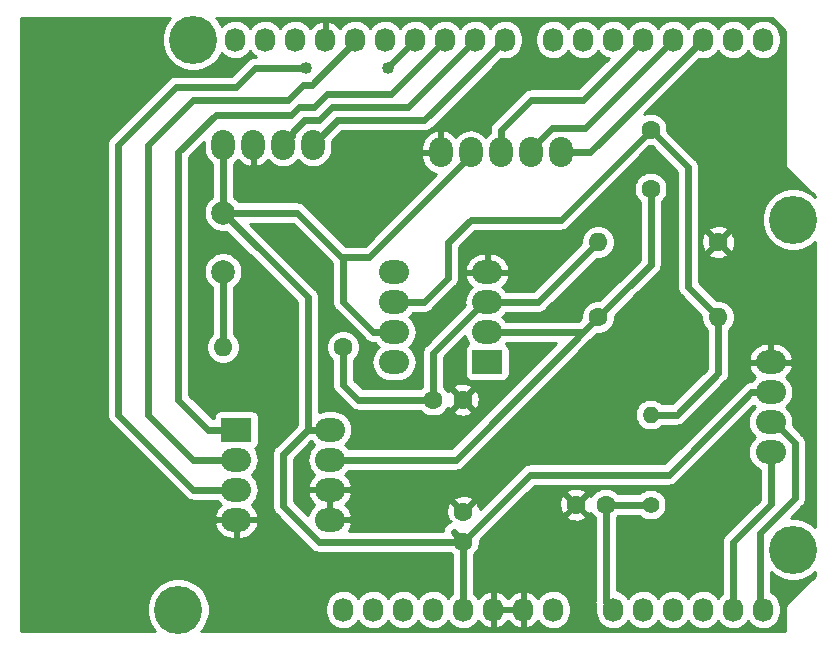
<source format=gbr>
%TF.GenerationSoftware,KiCad,Pcbnew,(5.1.10)-1*%
%TF.CreationDate,2022-03-30T10:22:29+02:00*%
%TF.ProjectId,Shield,53686965-6c64-42e6-9b69-6361645f7063,rev?*%
%TF.SameCoordinates,Original*%
%TF.FileFunction,Copper,L2,Bot*%
%TF.FilePolarity,Positive*%
%FSLAX46Y46*%
G04 Gerber Fmt 4.6, Leading zero omitted, Abs format (unit mm)*
G04 Created by KiCad (PCBNEW (5.1.10)-1) date 2022-03-30 10:22:29*
%MOMM*%
%LPD*%
G01*
G04 APERTURE LIST*
%TA.AperFunction,ComponentPad*%
%ADD10O,2.540000X2.000000*%
%TD*%
%TA.AperFunction,ComponentPad*%
%ADD11R,2.540000X2.000000*%
%TD*%
%TA.AperFunction,ComponentPad*%
%ADD12O,2.000000X2.540000*%
%TD*%
%TA.AperFunction,ComponentPad*%
%ADD13C,2.000000*%
%TD*%
%TA.AperFunction,ComponentPad*%
%ADD14O,1.400000X1.400000*%
%TD*%
%TA.AperFunction,ComponentPad*%
%ADD15C,1.400000*%
%TD*%
%TA.AperFunction,ComponentPad*%
%ADD16O,1.600000X1.600000*%
%TD*%
%TA.AperFunction,ComponentPad*%
%ADD17C,1.600000*%
%TD*%
%TA.AperFunction,ComponentPad*%
%ADD18O,1.727200X2.032000*%
%TD*%
%TA.AperFunction,ComponentPad*%
%ADD19C,4.064000*%
%TD*%
%TA.AperFunction,ViaPad*%
%ADD20C,1.016000*%
%TD*%
%TA.AperFunction,Conductor*%
%ADD21C,0.600000*%
%TD*%
%TA.AperFunction,Conductor*%
%ADD22C,0.500000*%
%TD*%
%TA.AperFunction,Conductor*%
%ADD23C,0.254000*%
%TD*%
%TA.AperFunction,Conductor*%
%ADD24C,0.100000*%
%TD*%
G04 APERTURE END LIST*
D10*
%TO.P,U5,4*%
%TO.N,GND*%
X129898000Y-116205000D03*
%TO.P,U5,5*%
X137818000Y-116205000D03*
%TO.P,U5,3*%
%TO.N,SI*%
X129898000Y-113665000D03*
%TO.P,U5,6*%
%TO.N,GND*%
X137818000Y-113665000D03*
%TO.P,U5,2*%
%TO.N,SCK*%
X129898000Y-111125000D03*
%TO.P,U5,7*%
%TO.N,IN-*%
X137818000Y-111125000D03*
D11*
%TO.P,U5,1*%
%TO.N,CS*%
X129898000Y-108585000D03*
D10*
%TO.P,U5,8*%
%TO.N,+5V*%
X137818000Y-108585000D03*
%TD*%
%TO.P,U3,4*%
%TO.N,SDA*%
X175133000Y-110490000D03*
%TO.P,U3,3*%
%TO.N,SCL*%
X175133000Y-107950000D03*
%TO.P,U3,2*%
%TO.N,+5V*%
X175133000Y-105410000D03*
%TO.P,U3,1*%
%TO.N,GND*%
X175133000Y-102870000D03*
%TD*%
D12*
%TO.P,U4,4*%
%TO.N,RXD*%
X136398000Y-84455000D03*
%TO.P,U4,3*%
%TO.N,TXD*%
X133858000Y-84455000D03*
%TO.P,U4,2*%
%TO.N,GND*%
X131318000Y-84455000D03*
%TO.P,U4,1*%
%TO.N,+5V*%
X128778000Y-84455000D03*
%TD*%
%TO.P,U2,5*%
%TO.N,CLK*%
X157353000Y-85090000D03*
%TO.P,U2,4*%
%TO.N,DT*%
X154813000Y-85090000D03*
%TO.P,U2,3*%
%TO.N,SW*%
X152273000Y-85090000D03*
%TO.P,U2,2*%
%TO.N,+5V*%
X149733000Y-85090000D03*
%TO.P,U2,1*%
%TO.N,GND*%
X147193000Y-85090000D03*
%TD*%
D10*
%TO.P,U1,8*%
%TO.N,Net-(U1-Pad8)*%
X143256000Y-102870000D03*
D11*
%TO.P,U1,1*%
%TO.N,Net-(U1-Pad1)*%
X151130000Y-102870000D03*
D10*
%TO.P,U1,7*%
%TO.N,+5V*%
X143256000Y-100330000D03*
%TO.P,U1,2*%
%TO.N,IN-*%
X151130000Y-100330000D03*
%TO.P,U1,6*%
%TO.N,Net-(C4-Pad1)*%
X143256000Y-97790000D03*
%TO.P,U1,3*%
%TO.N,Net-(C1-Pad1)*%
X151130000Y-97790000D03*
%TO.P,U1,5*%
%TO.N,Net-(U1-Pad5)*%
X143256000Y-95250000D03*
%TO.P,U1,4*%
%TO.N,GND*%
X151130000Y-95250000D03*
%TD*%
D13*
%TO.P,Rsens1,2*%
%TO.N,+5V*%
X128778000Y-90210000D03*
%TO.P,Rsens1,1*%
%TO.N,Net-(R5-Pad2)*%
X128778000Y-95210000D03*
%TD*%
D14*
%TO.P,R6,2*%
%TO.N,Net-(C4-Pad1)*%
X164973000Y-107315000D03*
D15*
%TO.P,R6,1*%
%TO.N,Vadc*%
X164973000Y-114935000D03*
%TD*%
D16*
%TO.P,R5,2*%
%TO.N,Net-(R5-Pad2)*%
X128778000Y-101600000D03*
D17*
%TO.P,R5,1*%
%TO.N,Net-(C1-Pad1)*%
X138938000Y-101600000D03*
%TD*%
D16*
%TO.P,R3,2*%
%TO.N,Net-(C4-Pad1)*%
X170688000Y-99060000D03*
D17*
%TO.P,R3,1*%
%TO.N,IN-*%
X160528000Y-99060000D03*
%TD*%
D16*
%TO.P,R1,2*%
%TO.N,Net-(C1-Pad1)*%
X160528000Y-92710000D03*
D17*
%TO.P,R1,1*%
%TO.N,GND*%
X170688000Y-92710000D03*
%TD*%
%TO.P,C4,2*%
%TO.N,IN-*%
X164973000Y-88185000D03*
%TO.P,C4,1*%
%TO.N,Net-(C4-Pad1)*%
X164973000Y-83185000D03*
%TD*%
%TO.P,C3,2*%
%TO.N,+5V*%
X149098000Y-118070000D03*
%TO.P,C3,1*%
%TO.N,GND*%
X149098000Y-115570000D03*
%TD*%
%TO.P,C2,2*%
%TO.N,GND*%
X158663000Y-114935000D03*
%TO.P,C2,1*%
%TO.N,Vadc*%
X161163000Y-114935000D03*
%TD*%
%TO.P,C1,2*%
%TO.N,GND*%
X149058000Y-106045000D03*
%TO.P,C1,1*%
%TO.N,Net-(C1-Pad1)*%
X146558000Y-106045000D03*
%TD*%
D18*
%TO.P,P1,1*%
%TO.N,Net-(P1-Pad1)*%
X138938000Y-123825000D03*
%TO.P,P1,2*%
%TO.N,/IOREF*%
X141478000Y-123825000D03*
%TO.P,P1,3*%
%TO.N,/Reset*%
X144018000Y-123825000D03*
%TO.P,P1,4*%
%TO.N,+3V3*%
X146558000Y-123825000D03*
%TO.P,P1,5*%
%TO.N,+5V*%
X149098000Y-123825000D03*
%TO.P,P1,6*%
%TO.N,GND*%
X151638000Y-123825000D03*
%TO.P,P1,7*%
X154178000Y-123825000D03*
%TO.P,P1,8*%
%TO.N,/Vin*%
X156718000Y-123825000D03*
%TD*%
%TO.P,P2,1*%
%TO.N,Vadc*%
X161798000Y-123825000D03*
%TO.P,P2,2*%
%TO.N,/A1*%
X164338000Y-123825000D03*
%TO.P,P2,3*%
%TO.N,/A2*%
X166878000Y-123825000D03*
%TO.P,P2,4*%
%TO.N,/A3*%
X169418000Y-123825000D03*
%TO.P,P2,5*%
%TO.N,SDA*%
X171958000Y-123825000D03*
%TO.P,P2,6*%
%TO.N,SCL*%
X174498000Y-123825000D03*
%TD*%
%TO.P,P3,1*%
%TO.N,Net-(P3-Pad1)*%
X129794000Y-75565000D03*
%TO.P,P3,2*%
%TO.N,Net-(P3-Pad2)*%
X132334000Y-75565000D03*
%TO.P,P3,3*%
%TO.N,/AREF*%
X134874000Y-75565000D03*
%TO.P,P3,4*%
%TO.N,GND*%
X137414000Y-75565000D03*
%TO.P,P3,5*%
%TO.N,SCK*%
X139954000Y-75565000D03*
%TO.P,P3,6*%
%TO.N,/12(MISO)*%
X142494000Y-75565000D03*
%TO.P,P3,7*%
%TO.N,SI*%
X145034000Y-75565000D03*
%TO.P,P3,8*%
%TO.N,CS*%
X147574000Y-75565000D03*
%TO.P,P3,9*%
%TO.N,TXD*%
X150114000Y-75565000D03*
%TO.P,P3,10*%
%TO.N,RXD*%
X152654000Y-75565000D03*
%TD*%
%TO.P,P4,1*%
%TO.N,/7*%
X156718000Y-75565000D03*
%TO.P,P4,2*%
%TO.N,/6(\u002A\u002A)*%
X159258000Y-75565000D03*
%TO.P,P4,3*%
%TO.N,/5(\u002A\u002A)*%
X161798000Y-75565000D03*
%TO.P,P4,4*%
%TO.N,SW*%
X164338000Y-75565000D03*
%TO.P,P4,5*%
%TO.N,DT*%
X166878000Y-75565000D03*
%TO.P,P4,6*%
%TO.N,CLK*%
X169418000Y-75565000D03*
%TO.P,P4,7*%
%TO.N,/1(Tx)*%
X171958000Y-75565000D03*
%TO.P,P4,8*%
%TO.N,/0(Rx)*%
X174498000Y-75565000D03*
%TD*%
D19*
%TO.P,P5,1*%
%TO.N,Net-(P5-Pad1)*%
X124968000Y-123825000D03*
%TD*%
%TO.P,P6,1*%
%TO.N,Net-(P6-Pad1)*%
X177038000Y-118745000D03*
%TD*%
%TO.P,P7,1*%
%TO.N,Net-(P7-Pad1)*%
X126238000Y-75565000D03*
%TD*%
%TO.P,P8,1*%
%TO.N,Net-(P8-Pad1)*%
X177038000Y-90805000D03*
%TD*%
D20*
%TO.N,SI*%
X135763000Y-77942651D03*
X142748000Y-77952600D03*
%TD*%
D21*
%TO.N,+5V*%
X138938000Y-97790000D02*
X138938000Y-93945000D01*
X143531598Y-100330000D02*
X143256000Y-100330000D01*
X143256000Y-100330000D02*
X141478000Y-100330000D01*
X141478000Y-100330000D02*
X138938000Y-97790000D01*
X174247352Y-105410000D02*
X175133000Y-105410000D01*
X173513649Y-105410000D02*
X175133000Y-105410000D01*
X138863000Y-94020000D02*
X138938000Y-93945000D01*
X128778000Y-84455000D02*
X128778000Y-90210000D01*
X135053000Y-90210000D02*
X138863000Y-94020000D01*
X128778000Y-90210000D02*
X135053000Y-90210000D01*
X149098000Y-118070000D02*
X149098000Y-123825000D01*
X149098000Y-118070000D02*
X154773000Y-112395000D01*
X166528648Y-112395000D02*
X168290824Y-110632824D01*
X154773000Y-112395000D02*
X166528648Y-112395000D01*
X168290824Y-110632824D02*
X173513649Y-105410000D01*
X168128650Y-110794999D02*
X168290824Y-110632824D01*
X149098000Y-118070000D02*
X148298001Y-117270001D01*
X131953000Y-93385000D02*
X128778000Y-90210000D01*
X141153598Y-93945000D02*
X138938000Y-93945000D01*
X149733000Y-85365598D02*
X141153598Y-93945000D01*
X149733000Y-85090000D02*
X149733000Y-85365598D01*
X136867402Y-118070000D02*
X133858000Y-115060598D01*
X133858000Y-115060598D02*
X133858000Y-110675000D01*
X133858000Y-110675000D02*
X135948000Y-108585000D01*
X149098000Y-118070000D02*
X136867402Y-118070000D01*
X135948000Y-108585000D02*
X137818000Y-108585000D01*
X135948000Y-97380000D02*
X131953000Y-93385000D01*
X135948000Y-108585000D02*
X135948000Y-97380000D01*
%TO.N,Net-(C1-Pad1)*%
X150854402Y-97790000D02*
X151130000Y-97790000D01*
X146558000Y-102086402D02*
X150854402Y-97790000D01*
X155448000Y-97790000D02*
X160528000Y-92710000D01*
X151130000Y-97790000D02*
X155448000Y-97790000D01*
X138938000Y-101600000D02*
X138938000Y-104775000D01*
X138938000Y-104775000D02*
X140208000Y-106045000D01*
X140208000Y-106045000D02*
X146558000Y-106045000D01*
X146558000Y-106045000D02*
X146558000Y-102086402D01*
%TO.N,Vadc*%
X161163000Y-114935000D02*
X164973000Y-114935000D01*
X161163000Y-123190000D02*
X161798000Y-123825000D01*
X161163000Y-114935000D02*
X161163000Y-123190000D01*
%TO.N,IN-*%
X164973000Y-94615000D02*
X163068000Y-96520000D01*
X164973000Y-88185000D02*
X164973000Y-94615000D01*
X163068000Y-96520000D02*
X160528000Y-99060000D01*
X163148000Y-96440000D02*
X163068000Y-96520000D01*
X159258000Y-100330000D02*
X151130000Y-100330000D01*
X160528000Y-99060000D02*
X159258000Y-100330000D01*
X159258000Y-100330000D02*
X151003000Y-108585000D01*
X148463000Y-111125000D02*
X151003000Y-108585000D01*
X137818000Y-111125000D02*
X148463000Y-111125000D01*
%TO.N,Net-(C4-Pad1)*%
X168148000Y-96520000D02*
X170688000Y-99060000D01*
X168148000Y-86360000D02*
X168148000Y-96520000D01*
X164973000Y-83185000D02*
X168148000Y-86360000D01*
X167193002Y-107315000D02*
X170688000Y-103820002D01*
X170688000Y-103820002D02*
X170688000Y-99060000D01*
X164973000Y-107315000D02*
X167193002Y-107315000D01*
X157353000Y-90805000D02*
X164973000Y-83185000D01*
X149733000Y-90805000D02*
X157353000Y-90805000D01*
X147828000Y-92710000D02*
X149733000Y-90805000D01*
X147828000Y-95736402D02*
X147828000Y-92710000D01*
X145774402Y-97790000D02*
X147828000Y-95736402D01*
X143256000Y-97790000D02*
X145774402Y-97790000D01*
%TO.N,SDA*%
X175133000Y-110490000D02*
X175133000Y-114902990D01*
X171958000Y-118077990D02*
X171958000Y-123825000D01*
X175133000Y-114902990D02*
X171958000Y-118077990D01*
%TO.N,SCL*%
X175133000Y-107950000D02*
X174498000Y-107950000D01*
X174205999Y-123532999D02*
X174498000Y-123825000D01*
X174205999Y-117385639D02*
X174205999Y-123532999D01*
X177203010Y-114388628D02*
X174205999Y-117385639D01*
X175408598Y-107950000D02*
X175133000Y-107950000D01*
X177203010Y-109744412D02*
X175408598Y-107950000D01*
X177203010Y-114388628D02*
X177203010Y-109744412D01*
%TO.N,TXD*%
X144399000Y-81280000D02*
X150114000Y-75565000D01*
X133858000Y-84179402D02*
X133858000Y-84455000D01*
X134597990Y-83439412D02*
X135652412Y-82384990D01*
X134597990Y-83715010D02*
X134597990Y-83439412D01*
X133858000Y-84455000D02*
X134597990Y-83715010D01*
X136912362Y-82384990D02*
X138012371Y-81284980D01*
X135652412Y-82384990D02*
X136912362Y-82384990D01*
X144394020Y-81284980D02*
X144399000Y-81280000D01*
X138012371Y-81284980D02*
X144394020Y-81284980D01*
%TO.N,RXD*%
X145834010Y-82384990D02*
X152654000Y-75565000D01*
X138468010Y-82384990D02*
X145834010Y-82384990D01*
X136398000Y-84455000D02*
X138468010Y-82384990D01*
%TO.N,DT*%
X159423010Y-83019990D02*
X166878000Y-75565000D01*
X156607412Y-83019990D02*
X159423010Y-83019990D01*
X154813000Y-84814402D02*
X156607412Y-83019990D01*
X154813000Y-85090000D02*
X154813000Y-84814402D01*
%TO.N,SW*%
X159258000Y-80645000D02*
X164338000Y-75565000D01*
X154848000Y-80645000D02*
X159258000Y-80645000D01*
X152273000Y-83220000D02*
X154848000Y-80645000D01*
X152273000Y-85090000D02*
X152273000Y-83220000D01*
%TO.N,CLK*%
X169383099Y-75565000D02*
X169418000Y-75565000D01*
X159858099Y-85090000D02*
X169383099Y-75565000D01*
X157353000Y-85090000D02*
X159858099Y-85090000D01*
%TO.N,Net-(R5-Pad2)*%
X128778000Y-101600000D02*
X128778000Y-95210000D01*
%TO.N,SCK*%
X136296400Y-79375000D02*
X139954000Y-75717400D01*
X134281104Y-80645000D02*
X135551104Y-79375000D01*
X139954000Y-75717400D02*
X139954000Y-75565000D01*
X126238000Y-80645000D02*
X134281104Y-80645000D01*
X135551104Y-79375000D02*
X136296400Y-79375000D01*
X122428000Y-84455000D02*
X126238000Y-80645000D01*
X129898000Y-111125000D02*
X126238000Y-111125000D01*
X122428000Y-107315000D02*
X122428000Y-84455000D01*
X126238000Y-111125000D02*
X122428000Y-107315000D01*
D22*
%TO.N,SI*%
X145288000Y-75819000D02*
X145034000Y-75565000D01*
D21*
X135763000Y-77942651D02*
X135763000Y-77942651D01*
X145034000Y-75565000D02*
X145034000Y-75819000D01*
X142748000Y-77851000D02*
X145034000Y-75565000D01*
X131480349Y-77942651D02*
X135763000Y-77942651D01*
X129878010Y-79544990D02*
X131480349Y-77942651D01*
X124798010Y-79544990D02*
X129878010Y-79544990D01*
X119888000Y-84455000D02*
X124798010Y-79544990D01*
X119888000Y-107315000D02*
X119888000Y-84455000D01*
X126238000Y-113665000D02*
X119888000Y-107315000D01*
X129898000Y-113665000D02*
X126238000Y-113665000D01*
D22*
%TO.N,CS*%
X147828000Y-75819000D02*
X147574000Y-75565000D01*
D21*
X147539099Y-75565000D02*
X147574000Y-75565000D01*
X137599032Y-80142671D02*
X142961428Y-80142671D01*
X136456723Y-81284980D02*
X137599032Y-80142671D01*
X134566753Y-81915000D02*
X135196773Y-81284980D01*
X128143000Y-81915000D02*
X134566753Y-81915000D01*
X124968000Y-85090000D02*
X128143000Y-81915000D01*
X135196773Y-81284980D02*
X136456723Y-81284980D01*
X142961428Y-80142671D02*
X147539099Y-75565000D01*
X129898000Y-108585000D02*
X127508000Y-108585000D01*
X124968000Y-106045000D02*
X124968000Y-85090000D01*
X127508000Y-108585000D02*
X124968000Y-106045000D01*
%TD*%
D23*
%TO.N,GND*%
X124166406Y-73864887D02*
X123874536Y-74301702D01*
X123673492Y-74787065D01*
X123571000Y-75302323D01*
X123571000Y-75827677D01*
X123673492Y-76342935D01*
X123874536Y-76828298D01*
X124166406Y-77265113D01*
X124537887Y-77636594D01*
X124974702Y-77928464D01*
X125460065Y-78129508D01*
X125975323Y-78232000D01*
X126500677Y-78232000D01*
X127015935Y-78129508D01*
X127501298Y-77928464D01*
X127938113Y-77636594D01*
X128309594Y-77265113D01*
X128601464Y-76828298D01*
X128657001Y-76694219D01*
X128729203Y-76782197D01*
X128957395Y-76969469D01*
X129217737Y-77108625D01*
X129500224Y-77194316D01*
X129794000Y-77223251D01*
X130087777Y-77194316D01*
X130370264Y-77108625D01*
X130630606Y-76969469D01*
X130858797Y-76782197D01*
X131046069Y-76554006D01*
X131064000Y-76520459D01*
X131081931Y-76554006D01*
X131269203Y-76782197D01*
X131497395Y-76969469D01*
X131568828Y-77007651D01*
X131526284Y-77007651D01*
X131480349Y-77003127D01*
X131297057Y-77021179D01*
X131120808Y-77074644D01*
X131064229Y-77104886D01*
X130958377Y-77161465D01*
X130816005Y-77278307D01*
X130786719Y-77313992D01*
X129490721Y-78609990D01*
X124843945Y-78609990D01*
X124798010Y-78605466D01*
X124614718Y-78623518D01*
X124510838Y-78655031D01*
X124438470Y-78676983D01*
X124276038Y-78763804D01*
X124133666Y-78880646D01*
X124104380Y-78916331D01*
X119259336Y-83761375D01*
X119223657Y-83790656D01*
X119106815Y-83933028D01*
X119073097Y-83996111D01*
X119019994Y-84095460D01*
X118966529Y-84271709D01*
X118948476Y-84455000D01*
X118953001Y-84500942D01*
X118953000Y-107269068D01*
X118948476Y-107315000D01*
X118959296Y-107424853D01*
X118966529Y-107498291D01*
X119019993Y-107674539D01*
X119106814Y-107836971D01*
X119223656Y-107979344D01*
X119259341Y-108008630D01*
X125544375Y-114293665D01*
X125573656Y-114329344D01*
X125716028Y-114446186D01*
X125878460Y-114533007D01*
X126000410Y-114570000D01*
X126054707Y-114586471D01*
X126237999Y-114604524D01*
X126283931Y-114600000D01*
X128280227Y-114600000D01*
X128466286Y-114826714D01*
X128596142Y-114933284D01*
X128382078Y-115138683D01*
X128197990Y-115402239D01*
X128068856Y-115696645D01*
X128037876Y-115824566D01*
X128157223Y-116078000D01*
X129771000Y-116078000D01*
X129771000Y-116058000D01*
X130025000Y-116058000D01*
X130025000Y-116078000D01*
X131638777Y-116078000D01*
X131758124Y-115824566D01*
X131727144Y-115696645D01*
X131598010Y-115402239D01*
X131413922Y-115138683D01*
X131199858Y-114933284D01*
X131329714Y-114826714D01*
X131534031Y-114577752D01*
X131685852Y-114293715D01*
X131779343Y-113985516D01*
X131810911Y-113665000D01*
X131779343Y-113344484D01*
X131685852Y-113036285D01*
X131534031Y-112752248D01*
X131329714Y-112503286D01*
X131197767Y-112395000D01*
X131329714Y-112286714D01*
X131534031Y-112037752D01*
X131685852Y-111753715D01*
X131779343Y-111445516D01*
X131810911Y-111125000D01*
X131779343Y-110804484D01*
X131685852Y-110496285D01*
X131534031Y-110212248D01*
X131475345Y-110140739D01*
X131522494Y-110115537D01*
X131619185Y-110036185D01*
X131698537Y-109939494D01*
X131757502Y-109829180D01*
X131793812Y-109709482D01*
X131806072Y-109585000D01*
X131806072Y-107585000D01*
X131793812Y-107460518D01*
X131757502Y-107340820D01*
X131698537Y-107230506D01*
X131619185Y-107133815D01*
X131522494Y-107054463D01*
X131412180Y-106995498D01*
X131292482Y-106959188D01*
X131168000Y-106946928D01*
X128628000Y-106946928D01*
X128503518Y-106959188D01*
X128383820Y-106995498D01*
X128273506Y-107054463D01*
X128176815Y-107133815D01*
X128097463Y-107230506D01*
X128038498Y-107340820D01*
X128002188Y-107460518D01*
X127989928Y-107585000D01*
X127989928Y-107650000D01*
X127895290Y-107650000D01*
X125903000Y-105657711D01*
X125903000Y-95048967D01*
X127143000Y-95048967D01*
X127143000Y-95371033D01*
X127205832Y-95686912D01*
X127329082Y-95984463D01*
X127508013Y-96252252D01*
X127735748Y-96479987D01*
X127843001Y-96551651D01*
X127843000Y-100505604D01*
X127663363Y-100685241D01*
X127506320Y-100920273D01*
X127398147Y-101181426D01*
X127343000Y-101458665D01*
X127343000Y-101741335D01*
X127398147Y-102018574D01*
X127506320Y-102279727D01*
X127663363Y-102514759D01*
X127863241Y-102714637D01*
X128098273Y-102871680D01*
X128359426Y-102979853D01*
X128636665Y-103035000D01*
X128919335Y-103035000D01*
X129196574Y-102979853D01*
X129457727Y-102871680D01*
X129692759Y-102714637D01*
X129892637Y-102514759D01*
X130049680Y-102279727D01*
X130157853Y-102018574D01*
X130213000Y-101741335D01*
X130213000Y-101458665D01*
X130157853Y-101181426D01*
X130049680Y-100920273D01*
X129892637Y-100685241D01*
X129713000Y-100505604D01*
X129713000Y-96551651D01*
X129820252Y-96479987D01*
X130047987Y-96252252D01*
X130226918Y-95984463D01*
X130350168Y-95686912D01*
X130413000Y-95371033D01*
X130413000Y-95048967D01*
X130350168Y-94733088D01*
X130226918Y-94435537D01*
X130047987Y-94167748D01*
X129820252Y-93940013D01*
X129552463Y-93761082D01*
X129254912Y-93637832D01*
X128939033Y-93575000D01*
X128616967Y-93575000D01*
X128301088Y-93637832D01*
X128003537Y-93761082D01*
X127735748Y-93940013D01*
X127508013Y-94167748D01*
X127329082Y-94435537D01*
X127205832Y-94733088D01*
X127143000Y-95048967D01*
X125903000Y-95048967D01*
X125903000Y-85477289D01*
X127143000Y-84237289D01*
X127143000Y-84805322D01*
X127166657Y-85045516D01*
X127260148Y-85353715D01*
X127411969Y-85637752D01*
X127616286Y-85886714D01*
X127843000Y-86072772D01*
X127843001Y-88868349D01*
X127735748Y-88940013D01*
X127508013Y-89167748D01*
X127329082Y-89435537D01*
X127205832Y-89733088D01*
X127143000Y-90048967D01*
X127143000Y-90371033D01*
X127205832Y-90686912D01*
X127329082Y-90984463D01*
X127508013Y-91252252D01*
X127735748Y-91479987D01*
X128003537Y-91658918D01*
X128301088Y-91782168D01*
X128616967Y-91845000D01*
X128939033Y-91845000D01*
X129065546Y-91819835D01*
X131324333Y-94078623D01*
X135013001Y-97767291D01*
X135013000Y-108197710D01*
X133229336Y-109981375D01*
X133193657Y-110010656D01*
X133076815Y-110153028D01*
X133012537Y-110273284D01*
X132989994Y-110315460D01*
X132936529Y-110491709D01*
X132918476Y-110675000D01*
X132923001Y-110720942D01*
X132923000Y-115014666D01*
X132918476Y-115060598D01*
X132926167Y-115138683D01*
X132936529Y-115243889D01*
X132989993Y-115420137D01*
X133076814Y-115582569D01*
X133193656Y-115724942D01*
X133229341Y-115754228D01*
X136173776Y-118698664D01*
X136203058Y-118734344D01*
X136345430Y-118851186D01*
X136507862Y-118938007D01*
X136630645Y-118975253D01*
X136684109Y-118991471D01*
X136867401Y-119009524D01*
X136913333Y-119005000D01*
X148003604Y-119005000D01*
X148163000Y-119164396D01*
X148163001Y-122501280D01*
X148033203Y-122607803D01*
X147845931Y-122835995D01*
X147828000Y-122869541D01*
X147810069Y-122835994D01*
X147622797Y-122607803D01*
X147394605Y-122420531D01*
X147134263Y-122281375D01*
X146851776Y-122195684D01*
X146558000Y-122166749D01*
X146264223Y-122195684D01*
X145981736Y-122281375D01*
X145721394Y-122420531D01*
X145493203Y-122607803D01*
X145305931Y-122835995D01*
X145288000Y-122869541D01*
X145270069Y-122835994D01*
X145082797Y-122607803D01*
X144854605Y-122420531D01*
X144594263Y-122281375D01*
X144311776Y-122195684D01*
X144018000Y-122166749D01*
X143724223Y-122195684D01*
X143441736Y-122281375D01*
X143181394Y-122420531D01*
X142953203Y-122607803D01*
X142765931Y-122835995D01*
X142748000Y-122869541D01*
X142730069Y-122835994D01*
X142542797Y-122607803D01*
X142314605Y-122420531D01*
X142054263Y-122281375D01*
X141771776Y-122195684D01*
X141478000Y-122166749D01*
X141184223Y-122195684D01*
X140901736Y-122281375D01*
X140641394Y-122420531D01*
X140413203Y-122607803D01*
X140225931Y-122835995D01*
X140208000Y-122869541D01*
X140190069Y-122835994D01*
X140002797Y-122607803D01*
X139774605Y-122420531D01*
X139514263Y-122281375D01*
X139231776Y-122195684D01*
X138938000Y-122166749D01*
X138644223Y-122195684D01*
X138361736Y-122281375D01*
X138101394Y-122420531D01*
X137873203Y-122607803D01*
X137685931Y-122835995D01*
X137546775Y-123096337D01*
X137461084Y-123378824D01*
X137439400Y-123598982D01*
X137439400Y-124051019D01*
X137461084Y-124271177D01*
X137546775Y-124553664D01*
X137685931Y-124814006D01*
X137873203Y-125042197D01*
X138101395Y-125229469D01*
X138361737Y-125368625D01*
X138644224Y-125454316D01*
X138938000Y-125483251D01*
X139231777Y-125454316D01*
X139514264Y-125368625D01*
X139774606Y-125229469D01*
X140002797Y-125042197D01*
X140190069Y-124814006D01*
X140208000Y-124780459D01*
X140225931Y-124814006D01*
X140413203Y-125042197D01*
X140641395Y-125229469D01*
X140901737Y-125368625D01*
X141184224Y-125454316D01*
X141478000Y-125483251D01*
X141771777Y-125454316D01*
X142054264Y-125368625D01*
X142314606Y-125229469D01*
X142542797Y-125042197D01*
X142730069Y-124814006D01*
X142748000Y-124780459D01*
X142765931Y-124814006D01*
X142953203Y-125042197D01*
X143181395Y-125229469D01*
X143441737Y-125368625D01*
X143724224Y-125454316D01*
X144018000Y-125483251D01*
X144311777Y-125454316D01*
X144594264Y-125368625D01*
X144854606Y-125229469D01*
X145082797Y-125042197D01*
X145270069Y-124814006D01*
X145288000Y-124780459D01*
X145305931Y-124814006D01*
X145493203Y-125042197D01*
X145721395Y-125229469D01*
X145981737Y-125368625D01*
X146264224Y-125454316D01*
X146558000Y-125483251D01*
X146851777Y-125454316D01*
X147134264Y-125368625D01*
X147394606Y-125229469D01*
X147622797Y-125042197D01*
X147810069Y-124814006D01*
X147828000Y-124780459D01*
X147845931Y-124814006D01*
X148033203Y-125042197D01*
X148261395Y-125229469D01*
X148521737Y-125368625D01*
X148804224Y-125454316D01*
X149098000Y-125483251D01*
X149391777Y-125454316D01*
X149674264Y-125368625D01*
X149934606Y-125229469D01*
X150162797Y-125042197D01*
X150350069Y-124814006D01*
X150371424Y-124774053D01*
X150519514Y-124976729D01*
X150735965Y-125175733D01*
X150987081Y-125328686D01*
X151263211Y-125429709D01*
X151278974Y-125432358D01*
X151511000Y-125311217D01*
X151511000Y-123952000D01*
X151765000Y-123952000D01*
X151765000Y-125311217D01*
X151997026Y-125432358D01*
X152012789Y-125429709D01*
X152288919Y-125328686D01*
X152540035Y-125175733D01*
X152756486Y-124976729D01*
X152908000Y-124769367D01*
X153059514Y-124976729D01*
X153275965Y-125175733D01*
X153527081Y-125328686D01*
X153803211Y-125429709D01*
X153818974Y-125432358D01*
X154051000Y-125311217D01*
X154051000Y-123952000D01*
X151765000Y-123952000D01*
X151511000Y-123952000D01*
X151491000Y-123952000D01*
X151491000Y-123698000D01*
X151511000Y-123698000D01*
X151511000Y-122338783D01*
X151765000Y-122338783D01*
X151765000Y-123698000D01*
X154051000Y-123698000D01*
X154051000Y-122338783D01*
X154305000Y-122338783D01*
X154305000Y-123698000D01*
X154325000Y-123698000D01*
X154325000Y-123952000D01*
X154305000Y-123952000D01*
X154305000Y-125311217D01*
X154537026Y-125432358D01*
X154552789Y-125429709D01*
X154828919Y-125328686D01*
X155080035Y-125175733D01*
X155296486Y-124976729D01*
X155444576Y-124774053D01*
X155465931Y-124814006D01*
X155653203Y-125042197D01*
X155881395Y-125229469D01*
X156141737Y-125368625D01*
X156424224Y-125454316D01*
X156718000Y-125483251D01*
X157011777Y-125454316D01*
X157294264Y-125368625D01*
X157554606Y-125229469D01*
X157782797Y-125042197D01*
X157970069Y-124814006D01*
X158109225Y-124553663D01*
X158194916Y-124271176D01*
X158216600Y-124051018D01*
X158216600Y-123598981D01*
X158194916Y-123378823D01*
X158109225Y-123096336D01*
X157970069Y-122835994D01*
X157782797Y-122607803D01*
X157554605Y-122420531D01*
X157294263Y-122281375D01*
X157011776Y-122195684D01*
X156718000Y-122166749D01*
X156424223Y-122195684D01*
X156141736Y-122281375D01*
X155881394Y-122420531D01*
X155653203Y-122607803D01*
X155465931Y-122835995D01*
X155444576Y-122875947D01*
X155296486Y-122673271D01*
X155080035Y-122474267D01*
X154828919Y-122321314D01*
X154552789Y-122220291D01*
X154537026Y-122217642D01*
X154305000Y-122338783D01*
X154051000Y-122338783D01*
X153818974Y-122217642D01*
X153803211Y-122220291D01*
X153527081Y-122321314D01*
X153275965Y-122474267D01*
X153059514Y-122673271D01*
X152908000Y-122880633D01*
X152756486Y-122673271D01*
X152540035Y-122474267D01*
X152288919Y-122321314D01*
X152012789Y-122220291D01*
X151997026Y-122217642D01*
X151765000Y-122338783D01*
X151511000Y-122338783D01*
X151278974Y-122217642D01*
X151263211Y-122220291D01*
X150987081Y-122321314D01*
X150735965Y-122474267D01*
X150519514Y-122673271D01*
X150371424Y-122875947D01*
X150350069Y-122835994D01*
X150162797Y-122607803D01*
X150033000Y-122501282D01*
X150033000Y-119164396D01*
X150212637Y-118984759D01*
X150369680Y-118749727D01*
X150477853Y-118488574D01*
X150533000Y-118211335D01*
X150533000Y-117957289D01*
X152562587Y-115927702D01*
X157849903Y-115927702D01*
X157921486Y-116171671D01*
X158176996Y-116292571D01*
X158451184Y-116361300D01*
X158733512Y-116375217D01*
X159013130Y-116333787D01*
X159279292Y-116238603D01*
X159404514Y-116171671D01*
X159476097Y-115927702D01*
X158663000Y-115114605D01*
X157849903Y-115927702D01*
X152562587Y-115927702D01*
X153484777Y-115005512D01*
X157222783Y-115005512D01*
X157264213Y-115285130D01*
X157359397Y-115551292D01*
X157426329Y-115676514D01*
X157670298Y-115748097D01*
X158483395Y-114935000D01*
X157670298Y-114121903D01*
X157426329Y-114193486D01*
X157305429Y-114448996D01*
X157236700Y-114723184D01*
X157222783Y-115005512D01*
X153484777Y-115005512D01*
X154547991Y-113942298D01*
X157849903Y-113942298D01*
X158663000Y-114755395D01*
X159476097Y-113942298D01*
X159404514Y-113698329D01*
X159149004Y-113577429D01*
X158874816Y-113508700D01*
X158592488Y-113494783D01*
X158312870Y-113536213D01*
X158046708Y-113631397D01*
X157921486Y-113698329D01*
X157849903Y-113942298D01*
X154547991Y-113942298D01*
X155160289Y-113330000D01*
X166482716Y-113330000D01*
X166528648Y-113334524D01*
X166574580Y-113330000D01*
X166711940Y-113316471D01*
X166888188Y-113263007D01*
X167050620Y-113176186D01*
X167192992Y-113059344D01*
X167222278Y-113023659D01*
X168984447Y-111261491D01*
X168984456Y-111261480D01*
X173689088Y-106556851D01*
X173701286Y-106571714D01*
X173833233Y-106680000D01*
X173701286Y-106788286D01*
X173496969Y-107037248D01*
X173345148Y-107321285D01*
X173251657Y-107629484D01*
X173220089Y-107950000D01*
X173251657Y-108270516D01*
X173345148Y-108578715D01*
X173496969Y-108862752D01*
X173701286Y-109111714D01*
X173833233Y-109220000D01*
X173701286Y-109328286D01*
X173496969Y-109577248D01*
X173345148Y-109861285D01*
X173251657Y-110169484D01*
X173220089Y-110490000D01*
X173251657Y-110810516D01*
X173345148Y-111118715D01*
X173496969Y-111402752D01*
X173701286Y-111651714D01*
X173950248Y-111856031D01*
X174198000Y-111988457D01*
X174198001Y-114515699D01*
X171329341Y-117384360D01*
X171293656Y-117413646D01*
X171176814Y-117556019D01*
X171089993Y-117718451D01*
X171070168Y-117783807D01*
X171036529Y-117894699D01*
X171018476Y-118077990D01*
X171023000Y-118123922D01*
X171023001Y-122501280D01*
X170893203Y-122607803D01*
X170705931Y-122835995D01*
X170688000Y-122869541D01*
X170670069Y-122835994D01*
X170482797Y-122607803D01*
X170254605Y-122420531D01*
X169994263Y-122281375D01*
X169711776Y-122195684D01*
X169418000Y-122166749D01*
X169124223Y-122195684D01*
X168841736Y-122281375D01*
X168581394Y-122420531D01*
X168353203Y-122607803D01*
X168165931Y-122835995D01*
X168148000Y-122869541D01*
X168130069Y-122835994D01*
X167942797Y-122607803D01*
X167714605Y-122420531D01*
X167454263Y-122281375D01*
X167171776Y-122195684D01*
X166878000Y-122166749D01*
X166584223Y-122195684D01*
X166301736Y-122281375D01*
X166041394Y-122420531D01*
X165813203Y-122607803D01*
X165625931Y-122835995D01*
X165608000Y-122869541D01*
X165590069Y-122835994D01*
X165402797Y-122607803D01*
X165174605Y-122420531D01*
X164914263Y-122281375D01*
X164631776Y-122195684D01*
X164338000Y-122166749D01*
X164044223Y-122195684D01*
X163761736Y-122281375D01*
X163501394Y-122420531D01*
X163273203Y-122607803D01*
X163085931Y-122835995D01*
X163068000Y-122869541D01*
X163050069Y-122835994D01*
X162862797Y-122607803D01*
X162634605Y-122420531D01*
X162374263Y-122281375D01*
X162098000Y-122197572D01*
X162098000Y-116029396D01*
X162257396Y-115870000D01*
X164020025Y-115870000D01*
X164121987Y-115971962D01*
X164340641Y-116118061D01*
X164583595Y-116218696D01*
X164841514Y-116270000D01*
X165104486Y-116270000D01*
X165362405Y-116218696D01*
X165605359Y-116118061D01*
X165824013Y-115971962D01*
X166009962Y-115786013D01*
X166156061Y-115567359D01*
X166256696Y-115324405D01*
X166308000Y-115066486D01*
X166308000Y-114803514D01*
X166256696Y-114545595D01*
X166156061Y-114302641D01*
X166009962Y-114083987D01*
X165824013Y-113898038D01*
X165605359Y-113751939D01*
X165362405Y-113651304D01*
X165104486Y-113600000D01*
X164841514Y-113600000D01*
X164583595Y-113651304D01*
X164340641Y-113751939D01*
X164121987Y-113898038D01*
X164020025Y-114000000D01*
X162257396Y-114000000D01*
X162077759Y-113820363D01*
X161842727Y-113663320D01*
X161581574Y-113555147D01*
X161304335Y-113500000D01*
X161021665Y-113500000D01*
X160744426Y-113555147D01*
X160483273Y-113663320D01*
X160248241Y-113820363D01*
X160048363Y-114020241D01*
X159914308Y-114220869D01*
X159899671Y-114193486D01*
X159655702Y-114121903D01*
X158842605Y-114935000D01*
X159655702Y-115748097D01*
X159899671Y-115676514D01*
X159913324Y-115647659D01*
X160048363Y-115849759D01*
X160228000Y-116029396D01*
X160228001Y-123144058D01*
X160223476Y-123190000D01*
X160241529Y-123373291D01*
X160289976Y-123532999D01*
X160294994Y-123549540D01*
X160302826Y-123564194D01*
X160299400Y-123598982D01*
X160299400Y-124051019D01*
X160321084Y-124271177D01*
X160406775Y-124553664D01*
X160545931Y-124814006D01*
X160733203Y-125042197D01*
X160961395Y-125229469D01*
X161221737Y-125368625D01*
X161504224Y-125454316D01*
X161798000Y-125483251D01*
X162091777Y-125454316D01*
X162374264Y-125368625D01*
X162634606Y-125229469D01*
X162862797Y-125042197D01*
X163050069Y-124814006D01*
X163068000Y-124780459D01*
X163085931Y-124814006D01*
X163273203Y-125042197D01*
X163501395Y-125229469D01*
X163761737Y-125368625D01*
X164044224Y-125454316D01*
X164338000Y-125483251D01*
X164631777Y-125454316D01*
X164914264Y-125368625D01*
X165174606Y-125229469D01*
X165402797Y-125042197D01*
X165590069Y-124814006D01*
X165608000Y-124780459D01*
X165625931Y-124814006D01*
X165813203Y-125042197D01*
X166041395Y-125229469D01*
X166301737Y-125368625D01*
X166584224Y-125454316D01*
X166878000Y-125483251D01*
X167171777Y-125454316D01*
X167454264Y-125368625D01*
X167714606Y-125229469D01*
X167942797Y-125042197D01*
X168130069Y-124814006D01*
X168148000Y-124780459D01*
X168165931Y-124814006D01*
X168353203Y-125042197D01*
X168581395Y-125229469D01*
X168841737Y-125368625D01*
X169124224Y-125454316D01*
X169418000Y-125483251D01*
X169711777Y-125454316D01*
X169994264Y-125368625D01*
X170254606Y-125229469D01*
X170482797Y-125042197D01*
X170670069Y-124814006D01*
X170688000Y-124780459D01*
X170705931Y-124814006D01*
X170893203Y-125042197D01*
X171121395Y-125229469D01*
X171381737Y-125368625D01*
X171664224Y-125454316D01*
X171958000Y-125483251D01*
X172251777Y-125454316D01*
X172534264Y-125368625D01*
X172794606Y-125229469D01*
X173022797Y-125042197D01*
X173210069Y-124814006D01*
X173228000Y-124780459D01*
X173245931Y-124814006D01*
X173433203Y-125042197D01*
X173661395Y-125229469D01*
X173921737Y-125368625D01*
X174204224Y-125454316D01*
X174498000Y-125483251D01*
X174791777Y-125454316D01*
X175074264Y-125368625D01*
X175334606Y-125229469D01*
X175562797Y-125042197D01*
X175750069Y-124814006D01*
X175889225Y-124553663D01*
X175974916Y-124271176D01*
X175996600Y-124051018D01*
X175996600Y-123598981D01*
X175974916Y-123378823D01*
X175889225Y-123096336D01*
X175750069Y-122835994D01*
X175562797Y-122607803D01*
X175334605Y-122420531D01*
X175140999Y-122317046D01*
X175140999Y-120619706D01*
X175337887Y-120816594D01*
X175774702Y-121108464D01*
X176260065Y-121309508D01*
X176775323Y-121412000D01*
X177300677Y-121412000D01*
X177815935Y-121309508D01*
X178301298Y-121108464D01*
X178738113Y-120816594D01*
X178868000Y-120686707D01*
X178868000Y-120990908D01*
X176560617Y-123298292D01*
X176533526Y-123320525D01*
X176511293Y-123347616D01*
X176444801Y-123428637D01*
X176378872Y-123551981D01*
X176338274Y-123685816D01*
X176324565Y-123825000D01*
X176328001Y-123859885D01*
X176328000Y-125655000D01*
X126909707Y-125655000D01*
X127039594Y-125525113D01*
X127331464Y-125088298D01*
X127532508Y-124602935D01*
X127635000Y-124087677D01*
X127635000Y-123562323D01*
X127532508Y-123047065D01*
X127331464Y-122561702D01*
X127039594Y-122124887D01*
X126668113Y-121753406D01*
X126231298Y-121461536D01*
X125745935Y-121260492D01*
X125230677Y-121158000D01*
X124705323Y-121158000D01*
X124190065Y-121260492D01*
X123704702Y-121461536D01*
X123267887Y-121753406D01*
X122896406Y-122124887D01*
X122604536Y-122561702D01*
X122403492Y-123047065D01*
X122301000Y-123562323D01*
X122301000Y-124087677D01*
X122403492Y-124602935D01*
X122604536Y-125088298D01*
X122896406Y-125525113D01*
X123026293Y-125655000D01*
X111708000Y-125655000D01*
X111708000Y-116585434D01*
X128037876Y-116585434D01*
X128068856Y-116713355D01*
X128197990Y-117007761D01*
X128382078Y-117271317D01*
X128614046Y-117493895D01*
X128884980Y-117666942D01*
X129184468Y-117783807D01*
X129501000Y-117840000D01*
X129771000Y-117840000D01*
X129771000Y-116332000D01*
X130025000Y-116332000D01*
X130025000Y-117840000D01*
X130295000Y-117840000D01*
X130611532Y-117783807D01*
X130911020Y-117666942D01*
X131181954Y-117493895D01*
X131413922Y-117271317D01*
X131598010Y-117007761D01*
X131727144Y-116713355D01*
X131758124Y-116585434D01*
X131638777Y-116332000D01*
X130025000Y-116332000D01*
X129771000Y-116332000D01*
X128157223Y-116332000D01*
X128037876Y-116585434D01*
X111708000Y-116585434D01*
X111708000Y-73735000D01*
X124296293Y-73735000D01*
X124166406Y-73864887D01*
%TA.AperFunction,Conductor*%
D24*
G36*
X124166406Y-73864887D02*
G01*
X123874536Y-74301702D01*
X123673492Y-74787065D01*
X123571000Y-75302323D01*
X123571000Y-75827677D01*
X123673492Y-76342935D01*
X123874536Y-76828298D01*
X124166406Y-77265113D01*
X124537887Y-77636594D01*
X124974702Y-77928464D01*
X125460065Y-78129508D01*
X125975323Y-78232000D01*
X126500677Y-78232000D01*
X127015935Y-78129508D01*
X127501298Y-77928464D01*
X127938113Y-77636594D01*
X128309594Y-77265113D01*
X128601464Y-76828298D01*
X128657001Y-76694219D01*
X128729203Y-76782197D01*
X128957395Y-76969469D01*
X129217737Y-77108625D01*
X129500224Y-77194316D01*
X129794000Y-77223251D01*
X130087777Y-77194316D01*
X130370264Y-77108625D01*
X130630606Y-76969469D01*
X130858797Y-76782197D01*
X131046069Y-76554006D01*
X131064000Y-76520459D01*
X131081931Y-76554006D01*
X131269203Y-76782197D01*
X131497395Y-76969469D01*
X131568828Y-77007651D01*
X131526284Y-77007651D01*
X131480349Y-77003127D01*
X131297057Y-77021179D01*
X131120808Y-77074644D01*
X131064229Y-77104886D01*
X130958377Y-77161465D01*
X130816005Y-77278307D01*
X130786719Y-77313992D01*
X129490721Y-78609990D01*
X124843945Y-78609990D01*
X124798010Y-78605466D01*
X124614718Y-78623518D01*
X124510838Y-78655031D01*
X124438470Y-78676983D01*
X124276038Y-78763804D01*
X124133666Y-78880646D01*
X124104380Y-78916331D01*
X119259336Y-83761375D01*
X119223657Y-83790656D01*
X119106815Y-83933028D01*
X119073097Y-83996111D01*
X119019994Y-84095460D01*
X118966529Y-84271709D01*
X118948476Y-84455000D01*
X118953001Y-84500942D01*
X118953000Y-107269068D01*
X118948476Y-107315000D01*
X118959296Y-107424853D01*
X118966529Y-107498291D01*
X119019993Y-107674539D01*
X119106814Y-107836971D01*
X119223656Y-107979344D01*
X119259341Y-108008630D01*
X125544375Y-114293665D01*
X125573656Y-114329344D01*
X125716028Y-114446186D01*
X125878460Y-114533007D01*
X126000410Y-114570000D01*
X126054707Y-114586471D01*
X126237999Y-114604524D01*
X126283931Y-114600000D01*
X128280227Y-114600000D01*
X128466286Y-114826714D01*
X128596142Y-114933284D01*
X128382078Y-115138683D01*
X128197990Y-115402239D01*
X128068856Y-115696645D01*
X128037876Y-115824566D01*
X128157223Y-116078000D01*
X129771000Y-116078000D01*
X129771000Y-116058000D01*
X130025000Y-116058000D01*
X130025000Y-116078000D01*
X131638777Y-116078000D01*
X131758124Y-115824566D01*
X131727144Y-115696645D01*
X131598010Y-115402239D01*
X131413922Y-115138683D01*
X131199858Y-114933284D01*
X131329714Y-114826714D01*
X131534031Y-114577752D01*
X131685852Y-114293715D01*
X131779343Y-113985516D01*
X131810911Y-113665000D01*
X131779343Y-113344484D01*
X131685852Y-113036285D01*
X131534031Y-112752248D01*
X131329714Y-112503286D01*
X131197767Y-112395000D01*
X131329714Y-112286714D01*
X131534031Y-112037752D01*
X131685852Y-111753715D01*
X131779343Y-111445516D01*
X131810911Y-111125000D01*
X131779343Y-110804484D01*
X131685852Y-110496285D01*
X131534031Y-110212248D01*
X131475345Y-110140739D01*
X131522494Y-110115537D01*
X131619185Y-110036185D01*
X131698537Y-109939494D01*
X131757502Y-109829180D01*
X131793812Y-109709482D01*
X131806072Y-109585000D01*
X131806072Y-107585000D01*
X131793812Y-107460518D01*
X131757502Y-107340820D01*
X131698537Y-107230506D01*
X131619185Y-107133815D01*
X131522494Y-107054463D01*
X131412180Y-106995498D01*
X131292482Y-106959188D01*
X131168000Y-106946928D01*
X128628000Y-106946928D01*
X128503518Y-106959188D01*
X128383820Y-106995498D01*
X128273506Y-107054463D01*
X128176815Y-107133815D01*
X128097463Y-107230506D01*
X128038498Y-107340820D01*
X128002188Y-107460518D01*
X127989928Y-107585000D01*
X127989928Y-107650000D01*
X127895290Y-107650000D01*
X125903000Y-105657711D01*
X125903000Y-95048967D01*
X127143000Y-95048967D01*
X127143000Y-95371033D01*
X127205832Y-95686912D01*
X127329082Y-95984463D01*
X127508013Y-96252252D01*
X127735748Y-96479987D01*
X127843001Y-96551651D01*
X127843000Y-100505604D01*
X127663363Y-100685241D01*
X127506320Y-100920273D01*
X127398147Y-101181426D01*
X127343000Y-101458665D01*
X127343000Y-101741335D01*
X127398147Y-102018574D01*
X127506320Y-102279727D01*
X127663363Y-102514759D01*
X127863241Y-102714637D01*
X128098273Y-102871680D01*
X128359426Y-102979853D01*
X128636665Y-103035000D01*
X128919335Y-103035000D01*
X129196574Y-102979853D01*
X129457727Y-102871680D01*
X129692759Y-102714637D01*
X129892637Y-102514759D01*
X130049680Y-102279727D01*
X130157853Y-102018574D01*
X130213000Y-101741335D01*
X130213000Y-101458665D01*
X130157853Y-101181426D01*
X130049680Y-100920273D01*
X129892637Y-100685241D01*
X129713000Y-100505604D01*
X129713000Y-96551651D01*
X129820252Y-96479987D01*
X130047987Y-96252252D01*
X130226918Y-95984463D01*
X130350168Y-95686912D01*
X130413000Y-95371033D01*
X130413000Y-95048967D01*
X130350168Y-94733088D01*
X130226918Y-94435537D01*
X130047987Y-94167748D01*
X129820252Y-93940013D01*
X129552463Y-93761082D01*
X129254912Y-93637832D01*
X128939033Y-93575000D01*
X128616967Y-93575000D01*
X128301088Y-93637832D01*
X128003537Y-93761082D01*
X127735748Y-93940013D01*
X127508013Y-94167748D01*
X127329082Y-94435537D01*
X127205832Y-94733088D01*
X127143000Y-95048967D01*
X125903000Y-95048967D01*
X125903000Y-85477289D01*
X127143000Y-84237289D01*
X127143000Y-84805322D01*
X127166657Y-85045516D01*
X127260148Y-85353715D01*
X127411969Y-85637752D01*
X127616286Y-85886714D01*
X127843000Y-86072772D01*
X127843001Y-88868349D01*
X127735748Y-88940013D01*
X127508013Y-89167748D01*
X127329082Y-89435537D01*
X127205832Y-89733088D01*
X127143000Y-90048967D01*
X127143000Y-90371033D01*
X127205832Y-90686912D01*
X127329082Y-90984463D01*
X127508013Y-91252252D01*
X127735748Y-91479987D01*
X128003537Y-91658918D01*
X128301088Y-91782168D01*
X128616967Y-91845000D01*
X128939033Y-91845000D01*
X129065546Y-91819835D01*
X131324333Y-94078623D01*
X135013001Y-97767291D01*
X135013000Y-108197710D01*
X133229336Y-109981375D01*
X133193657Y-110010656D01*
X133076815Y-110153028D01*
X133012537Y-110273284D01*
X132989994Y-110315460D01*
X132936529Y-110491709D01*
X132918476Y-110675000D01*
X132923001Y-110720942D01*
X132923000Y-115014666D01*
X132918476Y-115060598D01*
X132926167Y-115138683D01*
X132936529Y-115243889D01*
X132989993Y-115420137D01*
X133076814Y-115582569D01*
X133193656Y-115724942D01*
X133229341Y-115754228D01*
X136173776Y-118698664D01*
X136203058Y-118734344D01*
X136345430Y-118851186D01*
X136507862Y-118938007D01*
X136630645Y-118975253D01*
X136684109Y-118991471D01*
X136867401Y-119009524D01*
X136913333Y-119005000D01*
X148003604Y-119005000D01*
X148163000Y-119164396D01*
X148163001Y-122501280D01*
X148033203Y-122607803D01*
X147845931Y-122835995D01*
X147828000Y-122869541D01*
X147810069Y-122835994D01*
X147622797Y-122607803D01*
X147394605Y-122420531D01*
X147134263Y-122281375D01*
X146851776Y-122195684D01*
X146558000Y-122166749D01*
X146264223Y-122195684D01*
X145981736Y-122281375D01*
X145721394Y-122420531D01*
X145493203Y-122607803D01*
X145305931Y-122835995D01*
X145288000Y-122869541D01*
X145270069Y-122835994D01*
X145082797Y-122607803D01*
X144854605Y-122420531D01*
X144594263Y-122281375D01*
X144311776Y-122195684D01*
X144018000Y-122166749D01*
X143724223Y-122195684D01*
X143441736Y-122281375D01*
X143181394Y-122420531D01*
X142953203Y-122607803D01*
X142765931Y-122835995D01*
X142748000Y-122869541D01*
X142730069Y-122835994D01*
X142542797Y-122607803D01*
X142314605Y-122420531D01*
X142054263Y-122281375D01*
X141771776Y-122195684D01*
X141478000Y-122166749D01*
X141184223Y-122195684D01*
X140901736Y-122281375D01*
X140641394Y-122420531D01*
X140413203Y-122607803D01*
X140225931Y-122835995D01*
X140208000Y-122869541D01*
X140190069Y-122835994D01*
X140002797Y-122607803D01*
X139774605Y-122420531D01*
X139514263Y-122281375D01*
X139231776Y-122195684D01*
X138938000Y-122166749D01*
X138644223Y-122195684D01*
X138361736Y-122281375D01*
X138101394Y-122420531D01*
X137873203Y-122607803D01*
X137685931Y-122835995D01*
X137546775Y-123096337D01*
X137461084Y-123378824D01*
X137439400Y-123598982D01*
X137439400Y-124051019D01*
X137461084Y-124271177D01*
X137546775Y-124553664D01*
X137685931Y-124814006D01*
X137873203Y-125042197D01*
X138101395Y-125229469D01*
X138361737Y-125368625D01*
X138644224Y-125454316D01*
X138938000Y-125483251D01*
X139231777Y-125454316D01*
X139514264Y-125368625D01*
X139774606Y-125229469D01*
X140002797Y-125042197D01*
X140190069Y-124814006D01*
X140208000Y-124780459D01*
X140225931Y-124814006D01*
X140413203Y-125042197D01*
X140641395Y-125229469D01*
X140901737Y-125368625D01*
X141184224Y-125454316D01*
X141478000Y-125483251D01*
X141771777Y-125454316D01*
X142054264Y-125368625D01*
X142314606Y-125229469D01*
X142542797Y-125042197D01*
X142730069Y-124814006D01*
X142748000Y-124780459D01*
X142765931Y-124814006D01*
X142953203Y-125042197D01*
X143181395Y-125229469D01*
X143441737Y-125368625D01*
X143724224Y-125454316D01*
X144018000Y-125483251D01*
X144311777Y-125454316D01*
X144594264Y-125368625D01*
X144854606Y-125229469D01*
X145082797Y-125042197D01*
X145270069Y-124814006D01*
X145288000Y-124780459D01*
X145305931Y-124814006D01*
X145493203Y-125042197D01*
X145721395Y-125229469D01*
X145981737Y-125368625D01*
X146264224Y-125454316D01*
X146558000Y-125483251D01*
X146851777Y-125454316D01*
X147134264Y-125368625D01*
X147394606Y-125229469D01*
X147622797Y-125042197D01*
X147810069Y-124814006D01*
X147828000Y-124780459D01*
X147845931Y-124814006D01*
X148033203Y-125042197D01*
X148261395Y-125229469D01*
X148521737Y-125368625D01*
X148804224Y-125454316D01*
X149098000Y-125483251D01*
X149391777Y-125454316D01*
X149674264Y-125368625D01*
X149934606Y-125229469D01*
X150162797Y-125042197D01*
X150350069Y-124814006D01*
X150371424Y-124774053D01*
X150519514Y-124976729D01*
X150735965Y-125175733D01*
X150987081Y-125328686D01*
X151263211Y-125429709D01*
X151278974Y-125432358D01*
X151511000Y-125311217D01*
X151511000Y-123952000D01*
X151765000Y-123952000D01*
X151765000Y-125311217D01*
X151997026Y-125432358D01*
X152012789Y-125429709D01*
X152288919Y-125328686D01*
X152540035Y-125175733D01*
X152756486Y-124976729D01*
X152908000Y-124769367D01*
X153059514Y-124976729D01*
X153275965Y-125175733D01*
X153527081Y-125328686D01*
X153803211Y-125429709D01*
X153818974Y-125432358D01*
X154051000Y-125311217D01*
X154051000Y-123952000D01*
X151765000Y-123952000D01*
X151511000Y-123952000D01*
X151491000Y-123952000D01*
X151491000Y-123698000D01*
X151511000Y-123698000D01*
X151511000Y-122338783D01*
X151765000Y-122338783D01*
X151765000Y-123698000D01*
X154051000Y-123698000D01*
X154051000Y-122338783D01*
X154305000Y-122338783D01*
X154305000Y-123698000D01*
X154325000Y-123698000D01*
X154325000Y-123952000D01*
X154305000Y-123952000D01*
X154305000Y-125311217D01*
X154537026Y-125432358D01*
X154552789Y-125429709D01*
X154828919Y-125328686D01*
X155080035Y-125175733D01*
X155296486Y-124976729D01*
X155444576Y-124774053D01*
X155465931Y-124814006D01*
X155653203Y-125042197D01*
X155881395Y-125229469D01*
X156141737Y-125368625D01*
X156424224Y-125454316D01*
X156718000Y-125483251D01*
X157011777Y-125454316D01*
X157294264Y-125368625D01*
X157554606Y-125229469D01*
X157782797Y-125042197D01*
X157970069Y-124814006D01*
X158109225Y-124553663D01*
X158194916Y-124271176D01*
X158216600Y-124051018D01*
X158216600Y-123598981D01*
X158194916Y-123378823D01*
X158109225Y-123096336D01*
X157970069Y-122835994D01*
X157782797Y-122607803D01*
X157554605Y-122420531D01*
X157294263Y-122281375D01*
X157011776Y-122195684D01*
X156718000Y-122166749D01*
X156424223Y-122195684D01*
X156141736Y-122281375D01*
X155881394Y-122420531D01*
X155653203Y-122607803D01*
X155465931Y-122835995D01*
X155444576Y-122875947D01*
X155296486Y-122673271D01*
X155080035Y-122474267D01*
X154828919Y-122321314D01*
X154552789Y-122220291D01*
X154537026Y-122217642D01*
X154305000Y-122338783D01*
X154051000Y-122338783D01*
X153818974Y-122217642D01*
X153803211Y-122220291D01*
X153527081Y-122321314D01*
X153275965Y-122474267D01*
X153059514Y-122673271D01*
X152908000Y-122880633D01*
X152756486Y-122673271D01*
X152540035Y-122474267D01*
X152288919Y-122321314D01*
X152012789Y-122220291D01*
X151997026Y-122217642D01*
X151765000Y-122338783D01*
X151511000Y-122338783D01*
X151278974Y-122217642D01*
X151263211Y-122220291D01*
X150987081Y-122321314D01*
X150735965Y-122474267D01*
X150519514Y-122673271D01*
X150371424Y-122875947D01*
X150350069Y-122835994D01*
X150162797Y-122607803D01*
X150033000Y-122501282D01*
X150033000Y-119164396D01*
X150212637Y-118984759D01*
X150369680Y-118749727D01*
X150477853Y-118488574D01*
X150533000Y-118211335D01*
X150533000Y-117957289D01*
X152562587Y-115927702D01*
X157849903Y-115927702D01*
X157921486Y-116171671D01*
X158176996Y-116292571D01*
X158451184Y-116361300D01*
X158733512Y-116375217D01*
X159013130Y-116333787D01*
X159279292Y-116238603D01*
X159404514Y-116171671D01*
X159476097Y-115927702D01*
X158663000Y-115114605D01*
X157849903Y-115927702D01*
X152562587Y-115927702D01*
X153484777Y-115005512D01*
X157222783Y-115005512D01*
X157264213Y-115285130D01*
X157359397Y-115551292D01*
X157426329Y-115676514D01*
X157670298Y-115748097D01*
X158483395Y-114935000D01*
X157670298Y-114121903D01*
X157426329Y-114193486D01*
X157305429Y-114448996D01*
X157236700Y-114723184D01*
X157222783Y-115005512D01*
X153484777Y-115005512D01*
X154547991Y-113942298D01*
X157849903Y-113942298D01*
X158663000Y-114755395D01*
X159476097Y-113942298D01*
X159404514Y-113698329D01*
X159149004Y-113577429D01*
X158874816Y-113508700D01*
X158592488Y-113494783D01*
X158312870Y-113536213D01*
X158046708Y-113631397D01*
X157921486Y-113698329D01*
X157849903Y-113942298D01*
X154547991Y-113942298D01*
X155160289Y-113330000D01*
X166482716Y-113330000D01*
X166528648Y-113334524D01*
X166574580Y-113330000D01*
X166711940Y-113316471D01*
X166888188Y-113263007D01*
X167050620Y-113176186D01*
X167192992Y-113059344D01*
X167222278Y-113023659D01*
X168984447Y-111261491D01*
X168984456Y-111261480D01*
X173689088Y-106556851D01*
X173701286Y-106571714D01*
X173833233Y-106680000D01*
X173701286Y-106788286D01*
X173496969Y-107037248D01*
X173345148Y-107321285D01*
X173251657Y-107629484D01*
X173220089Y-107950000D01*
X173251657Y-108270516D01*
X173345148Y-108578715D01*
X173496969Y-108862752D01*
X173701286Y-109111714D01*
X173833233Y-109220000D01*
X173701286Y-109328286D01*
X173496969Y-109577248D01*
X173345148Y-109861285D01*
X173251657Y-110169484D01*
X173220089Y-110490000D01*
X173251657Y-110810516D01*
X173345148Y-111118715D01*
X173496969Y-111402752D01*
X173701286Y-111651714D01*
X173950248Y-111856031D01*
X174198000Y-111988457D01*
X174198001Y-114515699D01*
X171329341Y-117384360D01*
X171293656Y-117413646D01*
X171176814Y-117556019D01*
X171089993Y-117718451D01*
X171070168Y-117783807D01*
X171036529Y-117894699D01*
X171018476Y-118077990D01*
X171023000Y-118123922D01*
X171023001Y-122501280D01*
X170893203Y-122607803D01*
X170705931Y-122835995D01*
X170688000Y-122869541D01*
X170670069Y-122835994D01*
X170482797Y-122607803D01*
X170254605Y-122420531D01*
X169994263Y-122281375D01*
X169711776Y-122195684D01*
X169418000Y-122166749D01*
X169124223Y-122195684D01*
X168841736Y-122281375D01*
X168581394Y-122420531D01*
X168353203Y-122607803D01*
X168165931Y-122835995D01*
X168148000Y-122869541D01*
X168130069Y-122835994D01*
X167942797Y-122607803D01*
X167714605Y-122420531D01*
X167454263Y-122281375D01*
X167171776Y-122195684D01*
X166878000Y-122166749D01*
X166584223Y-122195684D01*
X166301736Y-122281375D01*
X166041394Y-122420531D01*
X165813203Y-122607803D01*
X165625931Y-122835995D01*
X165608000Y-122869541D01*
X165590069Y-122835994D01*
X165402797Y-122607803D01*
X165174605Y-122420531D01*
X164914263Y-122281375D01*
X164631776Y-122195684D01*
X164338000Y-122166749D01*
X164044223Y-122195684D01*
X163761736Y-122281375D01*
X163501394Y-122420531D01*
X163273203Y-122607803D01*
X163085931Y-122835995D01*
X163068000Y-122869541D01*
X163050069Y-122835994D01*
X162862797Y-122607803D01*
X162634605Y-122420531D01*
X162374263Y-122281375D01*
X162098000Y-122197572D01*
X162098000Y-116029396D01*
X162257396Y-115870000D01*
X164020025Y-115870000D01*
X164121987Y-115971962D01*
X164340641Y-116118061D01*
X164583595Y-116218696D01*
X164841514Y-116270000D01*
X165104486Y-116270000D01*
X165362405Y-116218696D01*
X165605359Y-116118061D01*
X165824013Y-115971962D01*
X166009962Y-115786013D01*
X166156061Y-115567359D01*
X166256696Y-115324405D01*
X166308000Y-115066486D01*
X166308000Y-114803514D01*
X166256696Y-114545595D01*
X166156061Y-114302641D01*
X166009962Y-114083987D01*
X165824013Y-113898038D01*
X165605359Y-113751939D01*
X165362405Y-113651304D01*
X165104486Y-113600000D01*
X164841514Y-113600000D01*
X164583595Y-113651304D01*
X164340641Y-113751939D01*
X164121987Y-113898038D01*
X164020025Y-114000000D01*
X162257396Y-114000000D01*
X162077759Y-113820363D01*
X161842727Y-113663320D01*
X161581574Y-113555147D01*
X161304335Y-113500000D01*
X161021665Y-113500000D01*
X160744426Y-113555147D01*
X160483273Y-113663320D01*
X160248241Y-113820363D01*
X160048363Y-114020241D01*
X159914308Y-114220869D01*
X159899671Y-114193486D01*
X159655702Y-114121903D01*
X158842605Y-114935000D01*
X159655702Y-115748097D01*
X159899671Y-115676514D01*
X159913324Y-115647659D01*
X160048363Y-115849759D01*
X160228000Y-116029396D01*
X160228001Y-123144058D01*
X160223476Y-123190000D01*
X160241529Y-123373291D01*
X160289976Y-123532999D01*
X160294994Y-123549540D01*
X160302826Y-123564194D01*
X160299400Y-123598982D01*
X160299400Y-124051019D01*
X160321084Y-124271177D01*
X160406775Y-124553664D01*
X160545931Y-124814006D01*
X160733203Y-125042197D01*
X160961395Y-125229469D01*
X161221737Y-125368625D01*
X161504224Y-125454316D01*
X161798000Y-125483251D01*
X162091777Y-125454316D01*
X162374264Y-125368625D01*
X162634606Y-125229469D01*
X162862797Y-125042197D01*
X163050069Y-124814006D01*
X163068000Y-124780459D01*
X163085931Y-124814006D01*
X163273203Y-125042197D01*
X163501395Y-125229469D01*
X163761737Y-125368625D01*
X164044224Y-125454316D01*
X164338000Y-125483251D01*
X164631777Y-125454316D01*
X164914264Y-125368625D01*
X165174606Y-125229469D01*
X165402797Y-125042197D01*
X165590069Y-124814006D01*
X165608000Y-124780459D01*
X165625931Y-124814006D01*
X165813203Y-125042197D01*
X166041395Y-125229469D01*
X166301737Y-125368625D01*
X166584224Y-125454316D01*
X166878000Y-125483251D01*
X167171777Y-125454316D01*
X167454264Y-125368625D01*
X167714606Y-125229469D01*
X167942797Y-125042197D01*
X168130069Y-124814006D01*
X168148000Y-124780459D01*
X168165931Y-124814006D01*
X168353203Y-125042197D01*
X168581395Y-125229469D01*
X168841737Y-125368625D01*
X169124224Y-125454316D01*
X169418000Y-125483251D01*
X169711777Y-125454316D01*
X169994264Y-125368625D01*
X170254606Y-125229469D01*
X170482797Y-125042197D01*
X170670069Y-124814006D01*
X170688000Y-124780459D01*
X170705931Y-124814006D01*
X170893203Y-125042197D01*
X171121395Y-125229469D01*
X171381737Y-125368625D01*
X171664224Y-125454316D01*
X171958000Y-125483251D01*
X172251777Y-125454316D01*
X172534264Y-125368625D01*
X172794606Y-125229469D01*
X173022797Y-125042197D01*
X173210069Y-124814006D01*
X173228000Y-124780459D01*
X173245931Y-124814006D01*
X173433203Y-125042197D01*
X173661395Y-125229469D01*
X173921737Y-125368625D01*
X174204224Y-125454316D01*
X174498000Y-125483251D01*
X174791777Y-125454316D01*
X175074264Y-125368625D01*
X175334606Y-125229469D01*
X175562797Y-125042197D01*
X175750069Y-124814006D01*
X175889225Y-124553663D01*
X175974916Y-124271176D01*
X175996600Y-124051018D01*
X175996600Y-123598981D01*
X175974916Y-123378823D01*
X175889225Y-123096336D01*
X175750069Y-122835994D01*
X175562797Y-122607803D01*
X175334605Y-122420531D01*
X175140999Y-122317046D01*
X175140999Y-120619706D01*
X175337887Y-120816594D01*
X175774702Y-121108464D01*
X176260065Y-121309508D01*
X176775323Y-121412000D01*
X177300677Y-121412000D01*
X177815935Y-121309508D01*
X178301298Y-121108464D01*
X178738113Y-120816594D01*
X178868000Y-120686707D01*
X178868000Y-120990908D01*
X176560617Y-123298292D01*
X176533526Y-123320525D01*
X176511293Y-123347616D01*
X176444801Y-123428637D01*
X176378872Y-123551981D01*
X176338274Y-123685816D01*
X176324565Y-123825000D01*
X176328001Y-123859885D01*
X176328000Y-125655000D01*
X126909707Y-125655000D01*
X127039594Y-125525113D01*
X127331464Y-125088298D01*
X127532508Y-124602935D01*
X127635000Y-124087677D01*
X127635000Y-123562323D01*
X127532508Y-123047065D01*
X127331464Y-122561702D01*
X127039594Y-122124887D01*
X126668113Y-121753406D01*
X126231298Y-121461536D01*
X125745935Y-121260492D01*
X125230677Y-121158000D01*
X124705323Y-121158000D01*
X124190065Y-121260492D01*
X123704702Y-121461536D01*
X123267887Y-121753406D01*
X122896406Y-122124887D01*
X122604536Y-122561702D01*
X122403492Y-123047065D01*
X122301000Y-123562323D01*
X122301000Y-124087677D01*
X122403492Y-124602935D01*
X122604536Y-125088298D01*
X122896406Y-125525113D01*
X123026293Y-125655000D01*
X111708000Y-125655000D01*
X111708000Y-116585434D01*
X128037876Y-116585434D01*
X128068856Y-116713355D01*
X128197990Y-117007761D01*
X128382078Y-117271317D01*
X128614046Y-117493895D01*
X128884980Y-117666942D01*
X129184468Y-117783807D01*
X129501000Y-117840000D01*
X129771000Y-117840000D01*
X129771000Y-116332000D01*
X130025000Y-116332000D01*
X130025000Y-117840000D01*
X130295000Y-117840000D01*
X130611532Y-117783807D01*
X130911020Y-117666942D01*
X131181954Y-117493895D01*
X131413922Y-117271317D01*
X131598010Y-117007761D01*
X131727144Y-116713355D01*
X131758124Y-116585434D01*
X131638777Y-116332000D01*
X130025000Y-116332000D01*
X129771000Y-116332000D01*
X128157223Y-116332000D01*
X128037876Y-116585434D01*
X111708000Y-116585434D01*
X111708000Y-73735000D01*
X124296293Y-73735000D01*
X124166406Y-73864887D01*
G37*
%TD.AperFunction*%
D23*
X176328001Y-74843093D02*
X176328000Y-85944125D01*
X176324565Y-85979000D01*
X176328000Y-86013875D01*
X176328000Y-86013876D01*
X176338273Y-86118183D01*
X176378872Y-86252019D01*
X176444800Y-86375362D01*
X176533525Y-86483474D01*
X176560617Y-86505708D01*
X178868001Y-88813093D01*
X178868001Y-88863294D01*
X178738113Y-88733406D01*
X178301298Y-88441536D01*
X177815935Y-88240492D01*
X177300677Y-88138000D01*
X176775323Y-88138000D01*
X176260065Y-88240492D01*
X175774702Y-88441536D01*
X175337887Y-88733406D01*
X174966406Y-89104887D01*
X174674536Y-89541702D01*
X174473492Y-90027065D01*
X174371000Y-90542323D01*
X174371000Y-91067677D01*
X174473492Y-91582935D01*
X174674536Y-92068298D01*
X174966406Y-92505113D01*
X175337887Y-92876594D01*
X175774702Y-93168464D01*
X176260065Y-93369508D01*
X176775323Y-93472000D01*
X177300677Y-93472000D01*
X177815935Y-93369508D01*
X178301298Y-93168464D01*
X178738113Y-92876594D01*
X178868001Y-92746706D01*
X178868000Y-116803293D01*
X178738113Y-116673406D01*
X178301298Y-116381536D01*
X177815935Y-116180492D01*
X177300677Y-116078000D01*
X176835927Y-116078000D01*
X177831670Y-115082257D01*
X177867354Y-115052972D01*
X177984196Y-114910600D01*
X178046699Y-114793665D01*
X178071017Y-114748169D01*
X178124482Y-114571920D01*
X178142534Y-114388628D01*
X178138010Y-114342693D01*
X178138010Y-109790347D01*
X178142534Y-109744412D01*
X178124482Y-109561120D01*
X178091685Y-109453006D01*
X178071017Y-109384872D01*
X177984196Y-109222440D01*
X177867354Y-109080068D01*
X177831669Y-109050782D01*
X177017666Y-108236779D01*
X177045911Y-107950000D01*
X177014343Y-107629484D01*
X176920852Y-107321285D01*
X176769031Y-107037248D01*
X176564714Y-106788286D01*
X176432767Y-106680000D01*
X176564714Y-106571714D01*
X176769031Y-106322752D01*
X176920852Y-106038715D01*
X177014343Y-105730516D01*
X177045911Y-105410000D01*
X177014343Y-105089484D01*
X176920852Y-104781285D01*
X176769031Y-104497248D01*
X176564714Y-104248286D01*
X176434858Y-104141716D01*
X176648922Y-103936317D01*
X176833010Y-103672761D01*
X176962144Y-103378355D01*
X176993124Y-103250434D01*
X176873777Y-102997000D01*
X175260000Y-102997000D01*
X175260000Y-103017000D01*
X175006000Y-103017000D01*
X175006000Y-102997000D01*
X173392223Y-102997000D01*
X173272876Y-103250434D01*
X173303856Y-103378355D01*
X173432990Y-103672761D01*
X173617078Y-103936317D01*
X173831142Y-104141716D01*
X173701286Y-104248286D01*
X173518544Y-104470958D01*
X173513648Y-104470476D01*
X173330356Y-104488529D01*
X173306348Y-104495812D01*
X173154109Y-104541993D01*
X172991677Y-104628814D01*
X172849305Y-104745656D01*
X172820024Y-104781335D01*
X167662163Y-109939196D01*
X167662157Y-109939201D01*
X166141359Y-111460000D01*
X154818932Y-111460000D01*
X154773000Y-111455476D01*
X154727068Y-111460000D01*
X154589708Y-111473529D01*
X154413460Y-111526993D01*
X154251028Y-111613814D01*
X154108656Y-111730656D01*
X154079370Y-111766341D01*
X150513441Y-115332270D01*
X150496787Y-115219870D01*
X150401603Y-114953708D01*
X150334671Y-114828486D01*
X150090702Y-114756903D01*
X149277605Y-115570000D01*
X149291748Y-115584143D01*
X149112143Y-115763748D01*
X149098000Y-115749605D01*
X149083858Y-115763748D01*
X148904253Y-115584143D01*
X148918395Y-115570000D01*
X148105298Y-114756903D01*
X147861329Y-114828486D01*
X147740429Y-115083996D01*
X147671700Y-115358184D01*
X147657783Y-115640512D01*
X147699213Y-115920130D01*
X147794397Y-116186292D01*
X147861329Y-116311514D01*
X148052158Y-116367505D01*
X147938461Y-116401995D01*
X147776030Y-116488816D01*
X147633658Y-116605658D01*
X147516816Y-116748030D01*
X147429995Y-116910461D01*
X147376530Y-117086710D01*
X147371774Y-117135000D01*
X139429136Y-117135000D01*
X139518010Y-117007761D01*
X139647144Y-116713355D01*
X139678124Y-116585434D01*
X139558777Y-116332000D01*
X137945000Y-116332000D01*
X137945000Y-116352000D01*
X137691000Y-116352000D01*
X137691000Y-116332000D01*
X137671000Y-116332000D01*
X137671000Y-116078000D01*
X137691000Y-116078000D01*
X137691000Y-113792000D01*
X137945000Y-113792000D01*
X137945000Y-116078000D01*
X139558777Y-116078000D01*
X139678124Y-115824566D01*
X139647144Y-115696645D01*
X139518010Y-115402239D01*
X139333922Y-115138683D01*
X139121646Y-114935000D01*
X139333922Y-114731317D01*
X139441500Y-114577298D01*
X148284903Y-114577298D01*
X149098000Y-115390395D01*
X149911097Y-114577298D01*
X149839514Y-114333329D01*
X149584004Y-114212429D01*
X149309816Y-114143700D01*
X149027488Y-114129783D01*
X148747870Y-114171213D01*
X148481708Y-114266397D01*
X148356486Y-114333329D01*
X148284903Y-114577298D01*
X139441500Y-114577298D01*
X139518010Y-114467761D01*
X139647144Y-114173355D01*
X139678124Y-114045434D01*
X139558777Y-113792000D01*
X137945000Y-113792000D01*
X137691000Y-113792000D01*
X136077223Y-113792000D01*
X135957876Y-114045434D01*
X135988856Y-114173355D01*
X136117990Y-114467761D01*
X136302078Y-114731317D01*
X136514354Y-114935000D01*
X136302078Y-115138683D01*
X136117990Y-115402239D01*
X135988856Y-115696645D01*
X135957876Y-115824566D01*
X135969997Y-115850306D01*
X134793000Y-114673309D01*
X134793000Y-111062289D01*
X136261107Y-109594183D01*
X136386286Y-109746714D01*
X136518233Y-109855000D01*
X136386286Y-109963286D01*
X136181969Y-110212248D01*
X136030148Y-110496285D01*
X135936657Y-110804484D01*
X135905089Y-111125000D01*
X135936657Y-111445516D01*
X136030148Y-111753715D01*
X136181969Y-112037752D01*
X136386286Y-112286714D01*
X136516142Y-112393284D01*
X136302078Y-112598683D01*
X136117990Y-112862239D01*
X135988856Y-113156645D01*
X135957876Y-113284566D01*
X136077223Y-113538000D01*
X137691000Y-113538000D01*
X137691000Y-113518000D01*
X137945000Y-113518000D01*
X137945000Y-113538000D01*
X139558777Y-113538000D01*
X139678124Y-113284566D01*
X139647144Y-113156645D01*
X139518010Y-112862239D01*
X139333922Y-112598683D01*
X139119858Y-112393284D01*
X139249714Y-112286714D01*
X139435773Y-112060000D01*
X148417068Y-112060000D01*
X148463000Y-112064524D01*
X148508932Y-112060000D01*
X148646292Y-112046471D01*
X148822540Y-111993007D01*
X148984972Y-111906186D01*
X149127344Y-111789344D01*
X149156630Y-111753659D01*
X151696623Y-109213667D01*
X151696628Y-109213661D01*
X159886659Y-101023630D01*
X159922344Y-100994344D01*
X159951630Y-100958659D01*
X160415289Y-100495000D01*
X160669335Y-100495000D01*
X160946574Y-100439853D01*
X161207727Y-100331680D01*
X161442759Y-100174637D01*
X161642637Y-99974759D01*
X161799680Y-99739727D01*
X161907853Y-99478574D01*
X161963000Y-99201335D01*
X161963000Y-98947289D01*
X163761623Y-97148667D01*
X163761628Y-97148661D01*
X165601659Y-95308630D01*
X165637344Y-95279344D01*
X165754186Y-95136972D01*
X165841007Y-94974540D01*
X165894471Y-94798292D01*
X165908000Y-94660932D01*
X165912524Y-94615000D01*
X165908000Y-94569068D01*
X165908000Y-89279396D01*
X166087637Y-89099759D01*
X166244680Y-88864727D01*
X166352853Y-88603574D01*
X166408000Y-88326335D01*
X166408000Y-88043665D01*
X166352853Y-87766426D01*
X166244680Y-87505273D01*
X166087637Y-87270241D01*
X165887759Y-87070363D01*
X165652727Y-86913320D01*
X165391574Y-86805147D01*
X165114335Y-86750000D01*
X164831665Y-86750000D01*
X164554426Y-86805147D01*
X164293273Y-86913320D01*
X164058241Y-87070363D01*
X163858363Y-87270241D01*
X163701320Y-87505273D01*
X163593147Y-87766426D01*
X163538000Y-88043665D01*
X163538000Y-88326335D01*
X163593147Y-88603574D01*
X163701320Y-88864727D01*
X163858363Y-89099759D01*
X164038000Y-89279396D01*
X164038001Y-94227710D01*
X162439339Y-95826372D01*
X162439333Y-95826377D01*
X160640711Y-97625000D01*
X160386665Y-97625000D01*
X160109426Y-97680147D01*
X159848273Y-97788320D01*
X159613241Y-97945363D01*
X159413363Y-98145241D01*
X159256320Y-98380273D01*
X159148147Y-98641426D01*
X159093000Y-98918665D01*
X159093000Y-99172711D01*
X158870711Y-99395000D01*
X152747773Y-99395000D01*
X152561714Y-99168286D01*
X152429767Y-99060000D01*
X152561714Y-98951714D01*
X152747773Y-98725000D01*
X155402068Y-98725000D01*
X155448000Y-98729524D01*
X155493932Y-98725000D01*
X155631292Y-98711471D01*
X155807540Y-98658007D01*
X155969972Y-98571186D01*
X156112344Y-98454344D01*
X156141630Y-98418659D01*
X160415289Y-94145000D01*
X160669335Y-94145000D01*
X160946574Y-94089853D01*
X161207727Y-93981680D01*
X161442759Y-93824637D01*
X161642637Y-93624759D01*
X161799680Y-93389727D01*
X161907853Y-93128574D01*
X161963000Y-92851335D01*
X161963000Y-92568665D01*
X161907853Y-92291426D01*
X161799680Y-92030273D01*
X161642637Y-91795241D01*
X161442759Y-91595363D01*
X161207727Y-91438320D01*
X160946574Y-91330147D01*
X160669335Y-91275000D01*
X160386665Y-91275000D01*
X160109426Y-91330147D01*
X159848273Y-91438320D01*
X159613241Y-91595363D01*
X159413363Y-91795241D01*
X159256320Y-92030273D01*
X159148147Y-92291426D01*
X159093000Y-92568665D01*
X159093000Y-92822711D01*
X155060711Y-96855000D01*
X152747773Y-96855000D01*
X152561714Y-96628286D01*
X152431858Y-96521716D01*
X152645922Y-96316317D01*
X152830010Y-96052761D01*
X152959144Y-95758355D01*
X152990124Y-95630434D01*
X152870777Y-95377000D01*
X151257000Y-95377000D01*
X151257000Y-95397000D01*
X151003000Y-95397000D01*
X151003000Y-95377000D01*
X149389223Y-95377000D01*
X149269876Y-95630434D01*
X149300856Y-95758355D01*
X149429990Y-96052761D01*
X149614078Y-96316317D01*
X149828142Y-96521716D01*
X149698286Y-96628286D01*
X149493969Y-96877248D01*
X149342148Y-97161285D01*
X149248657Y-97469484D01*
X149217089Y-97790000D01*
X149245334Y-98076779D01*
X145929336Y-101392777D01*
X145893657Y-101422058D01*
X145776815Y-101564430D01*
X145744002Y-101625820D01*
X145689994Y-101726862D01*
X145636529Y-101903111D01*
X145618476Y-102086402D01*
X145623001Y-102132344D01*
X145623000Y-104950604D01*
X145463604Y-105110000D01*
X140595290Y-105110000D01*
X139873000Y-104387711D01*
X139873000Y-102694396D01*
X140052637Y-102514759D01*
X140209680Y-102279727D01*
X140317853Y-102018574D01*
X140373000Y-101741335D01*
X140373000Y-101458665D01*
X140317853Y-101181426D01*
X140209680Y-100920273D01*
X140052637Y-100685241D01*
X139852759Y-100485363D01*
X139617727Y-100328320D01*
X139356574Y-100220147D01*
X139079335Y-100165000D01*
X138796665Y-100165000D01*
X138519426Y-100220147D01*
X138258273Y-100328320D01*
X138023241Y-100485363D01*
X137823363Y-100685241D01*
X137666320Y-100920273D01*
X137558147Y-101181426D01*
X137503000Y-101458665D01*
X137503000Y-101741335D01*
X137558147Y-102018574D01*
X137666320Y-102279727D01*
X137823363Y-102514759D01*
X138003000Y-102694396D01*
X138003001Y-104729058D01*
X137998476Y-104775000D01*
X138016529Y-104958291D01*
X138062550Y-105110000D01*
X138069994Y-105134540D01*
X138156815Y-105296972D01*
X138273657Y-105439344D01*
X138309336Y-105468625D01*
X139514374Y-106673664D01*
X139543656Y-106709344D01*
X139686028Y-106826186D01*
X139848460Y-106913007D01*
X139960283Y-106946928D01*
X140024707Y-106966471D01*
X140207999Y-106984524D01*
X140253931Y-106980000D01*
X145463604Y-106980000D01*
X145643241Y-107159637D01*
X145878273Y-107316680D01*
X146139426Y-107424853D01*
X146416665Y-107480000D01*
X146699335Y-107480000D01*
X146976574Y-107424853D01*
X147237727Y-107316680D01*
X147472759Y-107159637D01*
X147594694Y-107037702D01*
X148244903Y-107037702D01*
X148316486Y-107281671D01*
X148571996Y-107402571D01*
X148846184Y-107471300D01*
X149128512Y-107485217D01*
X149408130Y-107443787D01*
X149674292Y-107348603D01*
X149799514Y-107281671D01*
X149871097Y-107037702D01*
X149058000Y-106224605D01*
X148244903Y-107037702D01*
X147594694Y-107037702D01*
X147672637Y-106959759D01*
X147806692Y-106759131D01*
X147821329Y-106786514D01*
X148065298Y-106858097D01*
X148878395Y-106045000D01*
X149237605Y-106045000D01*
X150050702Y-106858097D01*
X150294671Y-106786514D01*
X150415571Y-106531004D01*
X150484300Y-106256816D01*
X150498217Y-105974488D01*
X150456787Y-105694870D01*
X150361603Y-105428708D01*
X150294671Y-105303486D01*
X150050702Y-105231903D01*
X149237605Y-106045000D01*
X148878395Y-106045000D01*
X148065298Y-105231903D01*
X147821329Y-105303486D01*
X147807676Y-105332341D01*
X147672637Y-105130241D01*
X147594694Y-105052298D01*
X148244903Y-105052298D01*
X149058000Y-105865395D01*
X149871097Y-105052298D01*
X149799514Y-104808329D01*
X149544004Y-104687429D01*
X149269816Y-104618700D01*
X148987488Y-104604783D01*
X148707870Y-104646213D01*
X148441708Y-104741397D01*
X148316486Y-104808329D01*
X148244903Y-105052298D01*
X147594694Y-105052298D01*
X147493000Y-104950604D01*
X147493000Y-102473691D01*
X149264371Y-100702320D01*
X149342148Y-100958715D01*
X149493969Y-101242752D01*
X149552655Y-101314261D01*
X149505506Y-101339463D01*
X149408815Y-101418815D01*
X149329463Y-101515506D01*
X149270498Y-101625820D01*
X149234188Y-101745518D01*
X149221928Y-101870000D01*
X149221928Y-103870000D01*
X149234188Y-103994482D01*
X149270498Y-104114180D01*
X149329463Y-104224494D01*
X149408815Y-104321185D01*
X149505506Y-104400537D01*
X149615820Y-104459502D01*
X149735518Y-104495812D01*
X149860000Y-104508072D01*
X152400000Y-104508072D01*
X152524482Y-104495812D01*
X152644180Y-104459502D01*
X152754494Y-104400537D01*
X152851185Y-104321185D01*
X152930537Y-104224494D01*
X152989502Y-104114180D01*
X153025812Y-103994482D01*
X153038072Y-103870000D01*
X153038072Y-101870000D01*
X153025812Y-101745518D01*
X152989502Y-101625820D01*
X152930537Y-101515506D01*
X152851185Y-101418815D01*
X152754494Y-101339463D01*
X152707345Y-101314261D01*
X152747773Y-101265000D01*
X157000711Y-101265000D01*
X150374339Y-107891372D01*
X150374333Y-107891377D01*
X148075711Y-110190000D01*
X139435773Y-110190000D01*
X139249714Y-109963286D01*
X139117767Y-109855000D01*
X139249714Y-109746714D01*
X139454031Y-109497752D01*
X139605852Y-109213715D01*
X139699343Y-108905516D01*
X139730911Y-108585000D01*
X139699343Y-108264484D01*
X139605852Y-107956285D01*
X139454031Y-107672248D01*
X139249714Y-107423286D01*
X139000752Y-107218969D01*
X138716715Y-107067148D01*
X138408516Y-106973657D01*
X138168322Y-106950000D01*
X137467678Y-106950000D01*
X137227484Y-106973657D01*
X136919285Y-107067148D01*
X136883000Y-107086543D01*
X136883000Y-97425931D01*
X136887524Y-97379999D01*
X136869471Y-97196707D01*
X136830630Y-97068666D01*
X136816007Y-97020460D01*
X136729186Y-96858028D01*
X136612344Y-96715656D01*
X136576664Y-96686374D01*
X131035290Y-91145000D01*
X134665711Y-91145000D01*
X138003001Y-94482290D01*
X138003000Y-97744068D01*
X137998476Y-97790000D01*
X138003000Y-97835931D01*
X138016529Y-97973291D01*
X138069993Y-98149539D01*
X138156814Y-98311971D01*
X138273656Y-98454344D01*
X138309341Y-98483630D01*
X140784374Y-100958664D01*
X140813656Y-100994344D01*
X140956028Y-101111186D01*
X141118460Y-101198007D01*
X141230283Y-101231928D01*
X141294707Y-101251471D01*
X141313110Y-101253283D01*
X141432068Y-101265000D01*
X141432074Y-101265000D01*
X141477999Y-101269523D01*
X141523924Y-101265000D01*
X141638227Y-101265000D01*
X141824286Y-101491714D01*
X141956233Y-101600000D01*
X141824286Y-101708286D01*
X141619969Y-101957248D01*
X141468148Y-102241285D01*
X141374657Y-102549484D01*
X141343089Y-102870000D01*
X141374657Y-103190516D01*
X141468148Y-103498715D01*
X141619969Y-103782752D01*
X141824286Y-104031714D01*
X142073248Y-104236031D01*
X142357285Y-104387852D01*
X142665484Y-104481343D01*
X142905678Y-104505000D01*
X143606322Y-104505000D01*
X143846516Y-104481343D01*
X144154715Y-104387852D01*
X144438752Y-104236031D01*
X144687714Y-104031714D01*
X144892031Y-103782752D01*
X145043852Y-103498715D01*
X145137343Y-103190516D01*
X145168911Y-102870000D01*
X145137343Y-102549484D01*
X145043852Y-102241285D01*
X144892031Y-101957248D01*
X144687714Y-101708286D01*
X144555767Y-101600000D01*
X144687714Y-101491714D01*
X144892031Y-101242752D01*
X145043852Y-100958715D01*
X145137343Y-100650516D01*
X145168911Y-100330000D01*
X145137343Y-100009484D01*
X145043852Y-99701285D01*
X144892031Y-99417248D01*
X144687714Y-99168286D01*
X144555767Y-99060000D01*
X144687714Y-98951714D01*
X144873773Y-98725000D01*
X145728470Y-98725000D01*
X145774402Y-98729524D01*
X145820334Y-98725000D01*
X145957694Y-98711471D01*
X146133942Y-98658007D01*
X146296374Y-98571186D01*
X146438746Y-98454344D01*
X146468032Y-98418659D01*
X148456666Y-96430026D01*
X148492344Y-96400746D01*
X148609186Y-96258374D01*
X148696007Y-96095942D01*
X148749471Y-95919694D01*
X148763000Y-95782334D01*
X148763000Y-95782333D01*
X148767524Y-95736403D01*
X148763000Y-95690471D01*
X148763000Y-94869566D01*
X149269876Y-94869566D01*
X149389223Y-95123000D01*
X151003000Y-95123000D01*
X151003000Y-93615000D01*
X151257000Y-93615000D01*
X151257000Y-95123000D01*
X152870777Y-95123000D01*
X152990124Y-94869566D01*
X152959144Y-94741645D01*
X152830010Y-94447239D01*
X152645922Y-94183683D01*
X152413954Y-93961105D01*
X152143020Y-93788058D01*
X151843532Y-93671193D01*
X151527000Y-93615000D01*
X151257000Y-93615000D01*
X151003000Y-93615000D01*
X150733000Y-93615000D01*
X150416468Y-93671193D01*
X150116980Y-93788058D01*
X149846046Y-93961105D01*
X149614078Y-94183683D01*
X149429990Y-94447239D01*
X149300856Y-94741645D01*
X149269876Y-94869566D01*
X148763000Y-94869566D01*
X148763000Y-93097289D01*
X150120289Y-91740000D01*
X157307068Y-91740000D01*
X157353000Y-91744524D01*
X157398932Y-91740000D01*
X157536292Y-91726471D01*
X157712540Y-91673007D01*
X157874972Y-91586186D01*
X158017344Y-91469344D01*
X158046630Y-91433659D01*
X164860290Y-84620000D01*
X165085711Y-84620000D01*
X167213000Y-86747290D01*
X167213001Y-96474058D01*
X167208476Y-96520000D01*
X167226529Y-96703291D01*
X167272550Y-96855000D01*
X167279994Y-96879540D01*
X167366815Y-97041972D01*
X167483657Y-97184344D01*
X167519336Y-97213625D01*
X169253000Y-98947290D01*
X169253000Y-99201335D01*
X169308147Y-99478574D01*
X169416320Y-99739727D01*
X169573363Y-99974759D01*
X169753001Y-100154397D01*
X169753000Y-103432713D01*
X166805713Y-106380000D01*
X165925975Y-106380000D01*
X165824013Y-106278038D01*
X165605359Y-106131939D01*
X165362405Y-106031304D01*
X165104486Y-105980000D01*
X164841514Y-105980000D01*
X164583595Y-106031304D01*
X164340641Y-106131939D01*
X164121987Y-106278038D01*
X163936038Y-106463987D01*
X163789939Y-106682641D01*
X163689304Y-106925595D01*
X163638000Y-107183514D01*
X163638000Y-107446486D01*
X163689304Y-107704405D01*
X163789939Y-107947359D01*
X163936038Y-108166013D01*
X164121987Y-108351962D01*
X164340641Y-108498061D01*
X164583595Y-108598696D01*
X164841514Y-108650000D01*
X165104486Y-108650000D01*
X165362405Y-108598696D01*
X165605359Y-108498061D01*
X165824013Y-108351962D01*
X165925975Y-108250000D01*
X167147070Y-108250000D01*
X167193002Y-108254524D01*
X167238934Y-108250000D01*
X167376294Y-108236471D01*
X167552542Y-108183007D01*
X167714974Y-108096186D01*
X167857346Y-107979344D01*
X167886632Y-107943659D01*
X171316660Y-104513631D01*
X171352344Y-104484346D01*
X171469186Y-104341974D01*
X171531980Y-104224494D01*
X171556007Y-104179543D01*
X171609472Y-104003294D01*
X171627524Y-103820002D01*
X171623000Y-103774067D01*
X171623000Y-102489566D01*
X173272876Y-102489566D01*
X173392223Y-102743000D01*
X175006000Y-102743000D01*
X175006000Y-101235000D01*
X175260000Y-101235000D01*
X175260000Y-102743000D01*
X176873777Y-102743000D01*
X176993124Y-102489566D01*
X176962144Y-102361645D01*
X176833010Y-102067239D01*
X176648922Y-101803683D01*
X176416954Y-101581105D01*
X176146020Y-101408058D01*
X175846532Y-101291193D01*
X175530000Y-101235000D01*
X175260000Y-101235000D01*
X175006000Y-101235000D01*
X174736000Y-101235000D01*
X174419468Y-101291193D01*
X174119980Y-101408058D01*
X173849046Y-101581105D01*
X173617078Y-101803683D01*
X173432990Y-102067239D01*
X173303856Y-102361645D01*
X173272876Y-102489566D01*
X171623000Y-102489566D01*
X171623000Y-100154396D01*
X171802637Y-99974759D01*
X171959680Y-99739727D01*
X172067853Y-99478574D01*
X172123000Y-99201335D01*
X172123000Y-98918665D01*
X172067853Y-98641426D01*
X171959680Y-98380273D01*
X171802637Y-98145241D01*
X171602759Y-97945363D01*
X171367727Y-97788320D01*
X171106574Y-97680147D01*
X170829335Y-97625000D01*
X170575290Y-97625000D01*
X169083000Y-96132711D01*
X169083000Y-93702702D01*
X169874903Y-93702702D01*
X169946486Y-93946671D01*
X170201996Y-94067571D01*
X170476184Y-94136300D01*
X170758512Y-94150217D01*
X171038130Y-94108787D01*
X171304292Y-94013603D01*
X171429514Y-93946671D01*
X171501097Y-93702702D01*
X170688000Y-92889605D01*
X169874903Y-93702702D01*
X169083000Y-93702702D01*
X169083000Y-92780512D01*
X169247783Y-92780512D01*
X169289213Y-93060130D01*
X169384397Y-93326292D01*
X169451329Y-93451514D01*
X169695298Y-93523097D01*
X170508395Y-92710000D01*
X170867605Y-92710000D01*
X171680702Y-93523097D01*
X171924671Y-93451514D01*
X172045571Y-93196004D01*
X172114300Y-92921816D01*
X172128217Y-92639488D01*
X172086787Y-92359870D01*
X171991603Y-92093708D01*
X171924671Y-91968486D01*
X171680702Y-91896903D01*
X170867605Y-92710000D01*
X170508395Y-92710000D01*
X169695298Y-91896903D01*
X169451329Y-91968486D01*
X169330429Y-92223996D01*
X169261700Y-92498184D01*
X169247783Y-92780512D01*
X169083000Y-92780512D01*
X169083000Y-91717298D01*
X169874903Y-91717298D01*
X170688000Y-92530395D01*
X171501097Y-91717298D01*
X171429514Y-91473329D01*
X171174004Y-91352429D01*
X170899816Y-91283700D01*
X170617488Y-91269783D01*
X170337870Y-91311213D01*
X170071708Y-91406397D01*
X169946486Y-91473329D01*
X169874903Y-91717298D01*
X169083000Y-91717298D01*
X169083000Y-86405931D01*
X169087524Y-86359999D01*
X169069471Y-86176707D01*
X169023451Y-86025000D01*
X169016007Y-86000460D01*
X168929186Y-85838028D01*
X168812344Y-85695656D01*
X168776666Y-85666376D01*
X166408000Y-83297711D01*
X166408000Y-83043665D01*
X166352853Y-82766426D01*
X166244680Y-82505273D01*
X166087637Y-82270241D01*
X165887759Y-82070363D01*
X165652727Y-81913320D01*
X165391574Y-81805147D01*
X165114335Y-81750000D01*
X164831665Y-81750000D01*
X164554426Y-81805147D01*
X164402178Y-81868210D01*
X169087280Y-77183109D01*
X169124224Y-77194316D01*
X169418000Y-77223251D01*
X169711777Y-77194316D01*
X169994264Y-77108625D01*
X170254606Y-76969469D01*
X170482797Y-76782197D01*
X170670069Y-76554006D01*
X170688000Y-76520459D01*
X170705931Y-76554006D01*
X170893203Y-76782197D01*
X171121395Y-76969469D01*
X171381737Y-77108625D01*
X171664224Y-77194316D01*
X171958000Y-77223251D01*
X172251777Y-77194316D01*
X172534264Y-77108625D01*
X172794606Y-76969469D01*
X173022797Y-76782197D01*
X173210069Y-76554006D01*
X173228000Y-76520459D01*
X173245931Y-76554006D01*
X173433203Y-76782197D01*
X173661395Y-76969469D01*
X173921737Y-77108625D01*
X174204224Y-77194316D01*
X174498000Y-77223251D01*
X174791777Y-77194316D01*
X175074264Y-77108625D01*
X175334606Y-76969469D01*
X175562797Y-76782197D01*
X175750069Y-76554006D01*
X175889225Y-76293663D01*
X175974916Y-76011176D01*
X175996600Y-75791018D01*
X175996600Y-75338981D01*
X175974916Y-75118823D01*
X175889225Y-74836336D01*
X175750069Y-74575994D01*
X175562797Y-74347803D01*
X175334605Y-74160531D01*
X175074263Y-74021375D01*
X174791776Y-73935684D01*
X174498000Y-73906749D01*
X174204223Y-73935684D01*
X173921736Y-74021375D01*
X173661394Y-74160531D01*
X173433203Y-74347803D01*
X173245931Y-74575995D01*
X173228000Y-74609541D01*
X173210069Y-74575994D01*
X173022797Y-74347803D01*
X172794605Y-74160531D01*
X172534263Y-74021375D01*
X172251776Y-73935684D01*
X171958000Y-73906749D01*
X171664223Y-73935684D01*
X171381736Y-74021375D01*
X171121394Y-74160531D01*
X170893203Y-74347803D01*
X170705931Y-74575995D01*
X170688000Y-74609541D01*
X170670069Y-74575994D01*
X170482797Y-74347803D01*
X170254605Y-74160531D01*
X169994263Y-74021375D01*
X169711776Y-73935684D01*
X169418000Y-73906749D01*
X169124223Y-73935684D01*
X168841736Y-74021375D01*
X168581394Y-74160531D01*
X168353203Y-74347803D01*
X168165931Y-74575995D01*
X168148000Y-74609541D01*
X168130069Y-74575994D01*
X167942797Y-74347803D01*
X167714605Y-74160531D01*
X167454263Y-74021375D01*
X167171776Y-73935684D01*
X166878000Y-73906749D01*
X166584223Y-73935684D01*
X166301736Y-74021375D01*
X166041394Y-74160531D01*
X165813203Y-74347803D01*
X165625931Y-74575995D01*
X165608000Y-74609541D01*
X165590069Y-74575994D01*
X165402797Y-74347803D01*
X165174605Y-74160531D01*
X164914263Y-74021375D01*
X164631776Y-73935684D01*
X164338000Y-73906749D01*
X164044223Y-73935684D01*
X163761736Y-74021375D01*
X163501394Y-74160531D01*
X163273203Y-74347803D01*
X163085931Y-74575995D01*
X163068000Y-74609541D01*
X163050069Y-74575994D01*
X162862797Y-74347803D01*
X162634605Y-74160531D01*
X162374263Y-74021375D01*
X162091776Y-73935684D01*
X161798000Y-73906749D01*
X161504223Y-73935684D01*
X161221736Y-74021375D01*
X160961394Y-74160531D01*
X160733203Y-74347803D01*
X160545931Y-74575995D01*
X160528000Y-74609541D01*
X160510069Y-74575994D01*
X160322797Y-74347803D01*
X160094605Y-74160531D01*
X159834263Y-74021375D01*
X159551776Y-73935684D01*
X159258000Y-73906749D01*
X158964223Y-73935684D01*
X158681736Y-74021375D01*
X158421394Y-74160531D01*
X158193203Y-74347803D01*
X158005931Y-74575995D01*
X157988000Y-74609541D01*
X157970069Y-74575994D01*
X157782797Y-74347803D01*
X157554605Y-74160531D01*
X157294263Y-74021375D01*
X157011776Y-73935684D01*
X156718000Y-73906749D01*
X156424223Y-73935684D01*
X156141736Y-74021375D01*
X155881394Y-74160531D01*
X155653203Y-74347803D01*
X155465931Y-74575995D01*
X155326775Y-74836337D01*
X155241084Y-75118824D01*
X155219400Y-75338982D01*
X155219400Y-75791019D01*
X155241084Y-76011177D01*
X155326775Y-76293664D01*
X155465931Y-76554006D01*
X155653203Y-76782197D01*
X155881395Y-76969469D01*
X156141737Y-77108625D01*
X156424224Y-77194316D01*
X156718000Y-77223251D01*
X157011777Y-77194316D01*
X157294264Y-77108625D01*
X157554606Y-76969469D01*
X157782797Y-76782197D01*
X157970069Y-76554006D01*
X157988000Y-76520459D01*
X158005931Y-76554006D01*
X158193203Y-76782197D01*
X158421395Y-76969469D01*
X158681737Y-77108625D01*
X158964224Y-77194316D01*
X159258000Y-77223251D01*
X159551777Y-77194316D01*
X159834264Y-77108625D01*
X160094606Y-76969469D01*
X160322797Y-76782197D01*
X160510069Y-76554006D01*
X160528000Y-76520459D01*
X160545931Y-76554006D01*
X160733203Y-76782197D01*
X160961395Y-76969469D01*
X161221737Y-77108625D01*
X161413819Y-77166892D01*
X158870711Y-79710000D01*
X154893932Y-79710000D01*
X154848000Y-79705476D01*
X154802068Y-79710000D01*
X154664708Y-79723529D01*
X154488460Y-79776993D01*
X154326028Y-79863814D01*
X154183656Y-79980656D01*
X154154370Y-80016341D01*
X151644336Y-82526375D01*
X151608657Y-82555656D01*
X151491815Y-82698028D01*
X151427171Y-82818969D01*
X151404994Y-82860460D01*
X151351529Y-83036709D01*
X151333476Y-83220000D01*
X151338001Y-83265942D01*
X151338001Y-83472227D01*
X151111286Y-83658286D01*
X151003000Y-83790234D01*
X150894714Y-83658286D01*
X150645751Y-83453969D01*
X150361714Y-83302148D01*
X150053515Y-83208657D01*
X149733000Y-83177089D01*
X149412484Y-83208657D01*
X149104285Y-83302148D01*
X148820248Y-83453969D01*
X148571286Y-83658286D01*
X148464716Y-83788143D01*
X148259317Y-83574078D01*
X147995761Y-83389990D01*
X147701355Y-83260856D01*
X147573434Y-83229876D01*
X147320000Y-83349223D01*
X147320000Y-84963000D01*
X147340000Y-84963000D01*
X147340000Y-85217000D01*
X147320000Y-85217000D01*
X147320000Y-85237000D01*
X147066000Y-85237000D01*
X147066000Y-85217000D01*
X145558000Y-85217000D01*
X145558000Y-85487000D01*
X145614193Y-85803532D01*
X145731058Y-86103020D01*
X145904105Y-86373954D01*
X146126683Y-86605922D01*
X146390239Y-86790010D01*
X146684645Y-86919144D01*
X146812566Y-86950124D01*
X146838307Y-86938002D01*
X140766309Y-93010000D01*
X139175289Y-93010000D01*
X135746630Y-89581341D01*
X135717344Y-89545656D01*
X135574972Y-89428814D01*
X135412540Y-89341993D01*
X135236292Y-89288529D01*
X135098932Y-89275000D01*
X135053000Y-89270476D01*
X135007068Y-89275000D01*
X130119651Y-89275000D01*
X130047987Y-89167748D01*
X129820252Y-88940013D01*
X129713000Y-88868349D01*
X129713000Y-86072773D01*
X129939714Y-85886714D01*
X130046284Y-85756858D01*
X130251683Y-85970922D01*
X130515239Y-86155010D01*
X130809645Y-86284144D01*
X130937566Y-86315124D01*
X131191000Y-86195777D01*
X131191000Y-84582000D01*
X131171000Y-84582000D01*
X131171000Y-84328000D01*
X131191000Y-84328000D01*
X131191000Y-84308000D01*
X131445000Y-84308000D01*
X131445000Y-84328000D01*
X131465000Y-84328000D01*
X131465000Y-84582000D01*
X131445000Y-84582000D01*
X131445000Y-86195777D01*
X131698434Y-86315124D01*
X131826355Y-86284144D01*
X132120761Y-86155010D01*
X132384317Y-85970922D01*
X132589716Y-85756858D01*
X132696286Y-85886714D01*
X132945249Y-86091031D01*
X133229286Y-86242852D01*
X133537485Y-86336343D01*
X133858000Y-86367911D01*
X134178516Y-86336343D01*
X134486715Y-86242852D01*
X134770752Y-86091031D01*
X135019714Y-85886714D01*
X135128000Y-85754767D01*
X135236286Y-85886714D01*
X135485249Y-86091031D01*
X135769286Y-86242852D01*
X136077485Y-86336343D01*
X136398000Y-86367911D01*
X136718516Y-86336343D01*
X137026715Y-86242852D01*
X137310752Y-86091031D01*
X137559714Y-85886714D01*
X137764031Y-85637752D01*
X137915852Y-85353715D01*
X138009343Y-85045515D01*
X138033000Y-84805321D01*
X138033000Y-84693000D01*
X145558000Y-84693000D01*
X145558000Y-84963000D01*
X147066000Y-84963000D01*
X147066000Y-83349223D01*
X146812566Y-83229876D01*
X146684645Y-83260856D01*
X146390239Y-83389990D01*
X146126683Y-83574078D01*
X145904105Y-83806046D01*
X145731058Y-84076980D01*
X145614193Y-84376468D01*
X145558000Y-84693000D01*
X138033000Y-84693000D01*
X138033000Y-84142289D01*
X138855300Y-83319990D01*
X145788078Y-83319990D01*
X145834010Y-83324514D01*
X145879942Y-83319990D01*
X146017302Y-83306461D01*
X146193550Y-83252997D01*
X146355982Y-83166176D01*
X146498354Y-83049334D01*
X146527640Y-83013649D01*
X152350058Y-77191232D01*
X152360224Y-77194316D01*
X152654000Y-77223251D01*
X152947777Y-77194316D01*
X153230264Y-77108625D01*
X153490606Y-76969469D01*
X153718797Y-76782197D01*
X153906069Y-76554006D01*
X154045225Y-76293663D01*
X154130916Y-76011176D01*
X154152600Y-75791018D01*
X154152600Y-75338981D01*
X154130916Y-75118823D01*
X154045225Y-74836336D01*
X153906069Y-74575994D01*
X153718797Y-74347803D01*
X153490605Y-74160531D01*
X153230263Y-74021375D01*
X152947776Y-73935684D01*
X152654000Y-73906749D01*
X152360223Y-73935684D01*
X152077736Y-74021375D01*
X151817394Y-74160531D01*
X151589203Y-74347803D01*
X151401931Y-74575995D01*
X151384000Y-74609541D01*
X151366069Y-74575994D01*
X151178797Y-74347803D01*
X150950605Y-74160531D01*
X150690263Y-74021375D01*
X150407776Y-73935684D01*
X150114000Y-73906749D01*
X149820223Y-73935684D01*
X149537736Y-74021375D01*
X149277394Y-74160531D01*
X149049203Y-74347803D01*
X148861931Y-74575995D01*
X148844000Y-74609541D01*
X148826069Y-74575994D01*
X148638797Y-74347803D01*
X148410605Y-74160531D01*
X148150263Y-74021375D01*
X147867776Y-73935684D01*
X147574000Y-73906749D01*
X147280223Y-73935684D01*
X146997736Y-74021375D01*
X146737394Y-74160531D01*
X146509203Y-74347803D01*
X146321931Y-74575995D01*
X146304000Y-74609541D01*
X146286069Y-74575994D01*
X146098797Y-74347803D01*
X145870605Y-74160531D01*
X145610263Y-74021375D01*
X145327776Y-73935684D01*
X145034000Y-73906749D01*
X144740223Y-73935684D01*
X144457736Y-74021375D01*
X144197394Y-74160531D01*
X143969203Y-74347803D01*
X143781931Y-74575995D01*
X143764000Y-74609541D01*
X143746069Y-74575994D01*
X143558797Y-74347803D01*
X143330605Y-74160531D01*
X143070263Y-74021375D01*
X142787776Y-73935684D01*
X142494000Y-73906749D01*
X142200223Y-73935684D01*
X141917736Y-74021375D01*
X141657394Y-74160531D01*
X141429203Y-74347803D01*
X141241931Y-74575995D01*
X141224000Y-74609541D01*
X141206069Y-74575994D01*
X141018797Y-74347803D01*
X140790605Y-74160531D01*
X140530263Y-74021375D01*
X140247776Y-73935684D01*
X139954000Y-73906749D01*
X139660223Y-73935684D01*
X139377736Y-74021375D01*
X139117394Y-74160531D01*
X138889203Y-74347803D01*
X138701931Y-74575995D01*
X138680576Y-74615947D01*
X138532486Y-74413271D01*
X138316035Y-74214267D01*
X138064919Y-74061314D01*
X137788789Y-73960291D01*
X137773026Y-73957642D01*
X137541000Y-74078783D01*
X137541000Y-75438000D01*
X137561000Y-75438000D01*
X137561000Y-75692000D01*
X137541000Y-75692000D01*
X137541000Y-75712000D01*
X137287000Y-75712000D01*
X137287000Y-75692000D01*
X137267000Y-75692000D01*
X137267000Y-75438000D01*
X137287000Y-75438000D01*
X137287000Y-74078783D01*
X137054974Y-73957642D01*
X137039211Y-73960291D01*
X136763081Y-74061314D01*
X136511965Y-74214267D01*
X136295514Y-74413271D01*
X136147424Y-74615947D01*
X136126069Y-74575994D01*
X135938797Y-74347803D01*
X135710605Y-74160531D01*
X135450263Y-74021375D01*
X135167776Y-73935684D01*
X134874000Y-73906749D01*
X134580223Y-73935684D01*
X134297736Y-74021375D01*
X134037394Y-74160531D01*
X133809203Y-74347803D01*
X133621931Y-74575995D01*
X133604000Y-74609541D01*
X133586069Y-74575994D01*
X133398797Y-74347803D01*
X133170605Y-74160531D01*
X132910263Y-74021375D01*
X132627776Y-73935684D01*
X132334000Y-73906749D01*
X132040223Y-73935684D01*
X131757736Y-74021375D01*
X131497394Y-74160531D01*
X131269203Y-74347803D01*
X131081931Y-74575995D01*
X131064000Y-74609541D01*
X131046069Y-74575994D01*
X130858797Y-74347803D01*
X130630605Y-74160531D01*
X130370263Y-74021375D01*
X130087776Y-73935684D01*
X129794000Y-73906749D01*
X129500223Y-73935684D01*
X129217736Y-74021375D01*
X128957394Y-74160531D01*
X128729203Y-74347803D01*
X128657001Y-74435781D01*
X128601464Y-74301702D01*
X128309594Y-73864887D01*
X128179707Y-73735000D01*
X175219909Y-73735000D01*
X176328001Y-74843093D01*
%TA.AperFunction,Conductor*%
D24*
G36*
X176328001Y-74843093D02*
G01*
X176328000Y-85944125D01*
X176324565Y-85979000D01*
X176328000Y-86013875D01*
X176328000Y-86013876D01*
X176338273Y-86118183D01*
X176378872Y-86252019D01*
X176444800Y-86375362D01*
X176533525Y-86483474D01*
X176560617Y-86505708D01*
X178868001Y-88813093D01*
X178868001Y-88863294D01*
X178738113Y-88733406D01*
X178301298Y-88441536D01*
X177815935Y-88240492D01*
X177300677Y-88138000D01*
X176775323Y-88138000D01*
X176260065Y-88240492D01*
X175774702Y-88441536D01*
X175337887Y-88733406D01*
X174966406Y-89104887D01*
X174674536Y-89541702D01*
X174473492Y-90027065D01*
X174371000Y-90542323D01*
X174371000Y-91067677D01*
X174473492Y-91582935D01*
X174674536Y-92068298D01*
X174966406Y-92505113D01*
X175337887Y-92876594D01*
X175774702Y-93168464D01*
X176260065Y-93369508D01*
X176775323Y-93472000D01*
X177300677Y-93472000D01*
X177815935Y-93369508D01*
X178301298Y-93168464D01*
X178738113Y-92876594D01*
X178868001Y-92746706D01*
X178868000Y-116803293D01*
X178738113Y-116673406D01*
X178301298Y-116381536D01*
X177815935Y-116180492D01*
X177300677Y-116078000D01*
X176835927Y-116078000D01*
X177831670Y-115082257D01*
X177867354Y-115052972D01*
X177984196Y-114910600D01*
X178046699Y-114793665D01*
X178071017Y-114748169D01*
X178124482Y-114571920D01*
X178142534Y-114388628D01*
X178138010Y-114342693D01*
X178138010Y-109790347D01*
X178142534Y-109744412D01*
X178124482Y-109561120D01*
X178091685Y-109453006D01*
X178071017Y-109384872D01*
X177984196Y-109222440D01*
X177867354Y-109080068D01*
X177831669Y-109050782D01*
X177017666Y-108236779D01*
X177045911Y-107950000D01*
X177014343Y-107629484D01*
X176920852Y-107321285D01*
X176769031Y-107037248D01*
X176564714Y-106788286D01*
X176432767Y-106680000D01*
X176564714Y-106571714D01*
X176769031Y-106322752D01*
X176920852Y-106038715D01*
X177014343Y-105730516D01*
X177045911Y-105410000D01*
X177014343Y-105089484D01*
X176920852Y-104781285D01*
X176769031Y-104497248D01*
X176564714Y-104248286D01*
X176434858Y-104141716D01*
X176648922Y-103936317D01*
X176833010Y-103672761D01*
X176962144Y-103378355D01*
X176993124Y-103250434D01*
X176873777Y-102997000D01*
X175260000Y-102997000D01*
X175260000Y-103017000D01*
X175006000Y-103017000D01*
X175006000Y-102997000D01*
X173392223Y-102997000D01*
X173272876Y-103250434D01*
X173303856Y-103378355D01*
X173432990Y-103672761D01*
X173617078Y-103936317D01*
X173831142Y-104141716D01*
X173701286Y-104248286D01*
X173518544Y-104470958D01*
X173513648Y-104470476D01*
X173330356Y-104488529D01*
X173306348Y-104495812D01*
X173154109Y-104541993D01*
X172991677Y-104628814D01*
X172849305Y-104745656D01*
X172820024Y-104781335D01*
X167662163Y-109939196D01*
X167662157Y-109939201D01*
X166141359Y-111460000D01*
X154818932Y-111460000D01*
X154773000Y-111455476D01*
X154727068Y-111460000D01*
X154589708Y-111473529D01*
X154413460Y-111526993D01*
X154251028Y-111613814D01*
X154108656Y-111730656D01*
X154079370Y-111766341D01*
X150513441Y-115332270D01*
X150496787Y-115219870D01*
X150401603Y-114953708D01*
X150334671Y-114828486D01*
X150090702Y-114756903D01*
X149277605Y-115570000D01*
X149291748Y-115584143D01*
X149112143Y-115763748D01*
X149098000Y-115749605D01*
X149083858Y-115763748D01*
X148904253Y-115584143D01*
X148918395Y-115570000D01*
X148105298Y-114756903D01*
X147861329Y-114828486D01*
X147740429Y-115083996D01*
X147671700Y-115358184D01*
X147657783Y-115640512D01*
X147699213Y-115920130D01*
X147794397Y-116186292D01*
X147861329Y-116311514D01*
X148052158Y-116367505D01*
X147938461Y-116401995D01*
X147776030Y-116488816D01*
X147633658Y-116605658D01*
X147516816Y-116748030D01*
X147429995Y-116910461D01*
X147376530Y-117086710D01*
X147371774Y-117135000D01*
X139429136Y-117135000D01*
X139518010Y-117007761D01*
X139647144Y-116713355D01*
X139678124Y-116585434D01*
X139558777Y-116332000D01*
X137945000Y-116332000D01*
X137945000Y-116352000D01*
X137691000Y-116352000D01*
X137691000Y-116332000D01*
X137671000Y-116332000D01*
X137671000Y-116078000D01*
X137691000Y-116078000D01*
X137691000Y-113792000D01*
X137945000Y-113792000D01*
X137945000Y-116078000D01*
X139558777Y-116078000D01*
X139678124Y-115824566D01*
X139647144Y-115696645D01*
X139518010Y-115402239D01*
X139333922Y-115138683D01*
X139121646Y-114935000D01*
X139333922Y-114731317D01*
X139441500Y-114577298D01*
X148284903Y-114577298D01*
X149098000Y-115390395D01*
X149911097Y-114577298D01*
X149839514Y-114333329D01*
X149584004Y-114212429D01*
X149309816Y-114143700D01*
X149027488Y-114129783D01*
X148747870Y-114171213D01*
X148481708Y-114266397D01*
X148356486Y-114333329D01*
X148284903Y-114577298D01*
X139441500Y-114577298D01*
X139518010Y-114467761D01*
X139647144Y-114173355D01*
X139678124Y-114045434D01*
X139558777Y-113792000D01*
X137945000Y-113792000D01*
X137691000Y-113792000D01*
X136077223Y-113792000D01*
X135957876Y-114045434D01*
X135988856Y-114173355D01*
X136117990Y-114467761D01*
X136302078Y-114731317D01*
X136514354Y-114935000D01*
X136302078Y-115138683D01*
X136117990Y-115402239D01*
X135988856Y-115696645D01*
X135957876Y-115824566D01*
X135969997Y-115850306D01*
X134793000Y-114673309D01*
X134793000Y-111062289D01*
X136261107Y-109594183D01*
X136386286Y-109746714D01*
X136518233Y-109855000D01*
X136386286Y-109963286D01*
X136181969Y-110212248D01*
X136030148Y-110496285D01*
X135936657Y-110804484D01*
X135905089Y-111125000D01*
X135936657Y-111445516D01*
X136030148Y-111753715D01*
X136181969Y-112037752D01*
X136386286Y-112286714D01*
X136516142Y-112393284D01*
X136302078Y-112598683D01*
X136117990Y-112862239D01*
X135988856Y-113156645D01*
X135957876Y-113284566D01*
X136077223Y-113538000D01*
X137691000Y-113538000D01*
X137691000Y-113518000D01*
X137945000Y-113518000D01*
X137945000Y-113538000D01*
X139558777Y-113538000D01*
X139678124Y-113284566D01*
X139647144Y-113156645D01*
X139518010Y-112862239D01*
X139333922Y-112598683D01*
X139119858Y-112393284D01*
X139249714Y-112286714D01*
X139435773Y-112060000D01*
X148417068Y-112060000D01*
X148463000Y-112064524D01*
X148508932Y-112060000D01*
X148646292Y-112046471D01*
X148822540Y-111993007D01*
X148984972Y-111906186D01*
X149127344Y-111789344D01*
X149156630Y-111753659D01*
X151696623Y-109213667D01*
X151696628Y-109213661D01*
X159886659Y-101023630D01*
X159922344Y-100994344D01*
X159951630Y-100958659D01*
X160415289Y-100495000D01*
X160669335Y-100495000D01*
X160946574Y-100439853D01*
X161207727Y-100331680D01*
X161442759Y-100174637D01*
X161642637Y-99974759D01*
X161799680Y-99739727D01*
X161907853Y-99478574D01*
X161963000Y-99201335D01*
X161963000Y-98947289D01*
X163761623Y-97148667D01*
X163761628Y-97148661D01*
X165601659Y-95308630D01*
X165637344Y-95279344D01*
X165754186Y-95136972D01*
X165841007Y-94974540D01*
X165894471Y-94798292D01*
X165908000Y-94660932D01*
X165912524Y-94615000D01*
X165908000Y-94569068D01*
X165908000Y-89279396D01*
X166087637Y-89099759D01*
X166244680Y-88864727D01*
X166352853Y-88603574D01*
X166408000Y-88326335D01*
X166408000Y-88043665D01*
X166352853Y-87766426D01*
X166244680Y-87505273D01*
X166087637Y-87270241D01*
X165887759Y-87070363D01*
X165652727Y-86913320D01*
X165391574Y-86805147D01*
X165114335Y-86750000D01*
X164831665Y-86750000D01*
X164554426Y-86805147D01*
X164293273Y-86913320D01*
X164058241Y-87070363D01*
X163858363Y-87270241D01*
X163701320Y-87505273D01*
X163593147Y-87766426D01*
X163538000Y-88043665D01*
X163538000Y-88326335D01*
X163593147Y-88603574D01*
X163701320Y-88864727D01*
X163858363Y-89099759D01*
X164038000Y-89279396D01*
X164038001Y-94227710D01*
X162439339Y-95826372D01*
X162439333Y-95826377D01*
X160640711Y-97625000D01*
X160386665Y-97625000D01*
X160109426Y-97680147D01*
X159848273Y-97788320D01*
X159613241Y-97945363D01*
X159413363Y-98145241D01*
X159256320Y-98380273D01*
X159148147Y-98641426D01*
X159093000Y-98918665D01*
X159093000Y-99172711D01*
X158870711Y-99395000D01*
X152747773Y-99395000D01*
X152561714Y-99168286D01*
X152429767Y-99060000D01*
X152561714Y-98951714D01*
X152747773Y-98725000D01*
X155402068Y-98725000D01*
X155448000Y-98729524D01*
X155493932Y-98725000D01*
X155631292Y-98711471D01*
X155807540Y-98658007D01*
X155969972Y-98571186D01*
X156112344Y-98454344D01*
X156141630Y-98418659D01*
X160415289Y-94145000D01*
X160669335Y-94145000D01*
X160946574Y-94089853D01*
X161207727Y-93981680D01*
X161442759Y-93824637D01*
X161642637Y-93624759D01*
X161799680Y-93389727D01*
X161907853Y-93128574D01*
X161963000Y-92851335D01*
X161963000Y-92568665D01*
X161907853Y-92291426D01*
X161799680Y-92030273D01*
X161642637Y-91795241D01*
X161442759Y-91595363D01*
X161207727Y-91438320D01*
X160946574Y-91330147D01*
X160669335Y-91275000D01*
X160386665Y-91275000D01*
X160109426Y-91330147D01*
X159848273Y-91438320D01*
X159613241Y-91595363D01*
X159413363Y-91795241D01*
X159256320Y-92030273D01*
X159148147Y-92291426D01*
X159093000Y-92568665D01*
X159093000Y-92822711D01*
X155060711Y-96855000D01*
X152747773Y-96855000D01*
X152561714Y-96628286D01*
X152431858Y-96521716D01*
X152645922Y-96316317D01*
X152830010Y-96052761D01*
X152959144Y-95758355D01*
X152990124Y-95630434D01*
X152870777Y-95377000D01*
X151257000Y-95377000D01*
X151257000Y-95397000D01*
X151003000Y-95397000D01*
X151003000Y-95377000D01*
X149389223Y-95377000D01*
X149269876Y-95630434D01*
X149300856Y-95758355D01*
X149429990Y-96052761D01*
X149614078Y-96316317D01*
X149828142Y-96521716D01*
X149698286Y-96628286D01*
X149493969Y-96877248D01*
X149342148Y-97161285D01*
X149248657Y-97469484D01*
X149217089Y-97790000D01*
X149245334Y-98076779D01*
X145929336Y-101392777D01*
X145893657Y-101422058D01*
X145776815Y-101564430D01*
X145744002Y-101625820D01*
X145689994Y-101726862D01*
X145636529Y-101903111D01*
X145618476Y-102086402D01*
X145623001Y-102132344D01*
X145623000Y-104950604D01*
X145463604Y-105110000D01*
X140595290Y-105110000D01*
X139873000Y-104387711D01*
X139873000Y-102694396D01*
X140052637Y-102514759D01*
X140209680Y-102279727D01*
X140317853Y-102018574D01*
X140373000Y-101741335D01*
X140373000Y-101458665D01*
X140317853Y-101181426D01*
X140209680Y-100920273D01*
X140052637Y-100685241D01*
X139852759Y-100485363D01*
X139617727Y-100328320D01*
X139356574Y-100220147D01*
X139079335Y-100165000D01*
X138796665Y-100165000D01*
X138519426Y-100220147D01*
X138258273Y-100328320D01*
X138023241Y-100485363D01*
X137823363Y-100685241D01*
X137666320Y-100920273D01*
X137558147Y-101181426D01*
X137503000Y-101458665D01*
X137503000Y-101741335D01*
X137558147Y-102018574D01*
X137666320Y-102279727D01*
X137823363Y-102514759D01*
X138003000Y-102694396D01*
X138003001Y-104729058D01*
X137998476Y-104775000D01*
X138016529Y-104958291D01*
X138062550Y-105110000D01*
X138069994Y-105134540D01*
X138156815Y-105296972D01*
X138273657Y-105439344D01*
X138309336Y-105468625D01*
X139514374Y-106673664D01*
X139543656Y-106709344D01*
X139686028Y-106826186D01*
X139848460Y-106913007D01*
X139960283Y-106946928D01*
X140024707Y-106966471D01*
X140207999Y-106984524D01*
X140253931Y-106980000D01*
X145463604Y-106980000D01*
X145643241Y-107159637D01*
X145878273Y-107316680D01*
X146139426Y-107424853D01*
X146416665Y-107480000D01*
X146699335Y-107480000D01*
X146976574Y-107424853D01*
X147237727Y-107316680D01*
X147472759Y-107159637D01*
X147594694Y-107037702D01*
X148244903Y-107037702D01*
X148316486Y-107281671D01*
X148571996Y-107402571D01*
X148846184Y-107471300D01*
X149128512Y-107485217D01*
X149408130Y-107443787D01*
X149674292Y-107348603D01*
X149799514Y-107281671D01*
X149871097Y-107037702D01*
X149058000Y-106224605D01*
X148244903Y-107037702D01*
X147594694Y-107037702D01*
X147672637Y-106959759D01*
X147806692Y-106759131D01*
X147821329Y-106786514D01*
X148065298Y-106858097D01*
X148878395Y-106045000D01*
X149237605Y-106045000D01*
X150050702Y-106858097D01*
X150294671Y-106786514D01*
X150415571Y-106531004D01*
X150484300Y-106256816D01*
X150498217Y-105974488D01*
X150456787Y-105694870D01*
X150361603Y-105428708D01*
X150294671Y-105303486D01*
X150050702Y-105231903D01*
X149237605Y-106045000D01*
X148878395Y-106045000D01*
X148065298Y-105231903D01*
X147821329Y-105303486D01*
X147807676Y-105332341D01*
X147672637Y-105130241D01*
X147594694Y-105052298D01*
X148244903Y-105052298D01*
X149058000Y-105865395D01*
X149871097Y-105052298D01*
X149799514Y-104808329D01*
X149544004Y-104687429D01*
X149269816Y-104618700D01*
X148987488Y-104604783D01*
X148707870Y-104646213D01*
X148441708Y-104741397D01*
X148316486Y-104808329D01*
X148244903Y-105052298D01*
X147594694Y-105052298D01*
X147493000Y-104950604D01*
X147493000Y-102473691D01*
X149264371Y-100702320D01*
X149342148Y-100958715D01*
X149493969Y-101242752D01*
X149552655Y-101314261D01*
X149505506Y-101339463D01*
X149408815Y-101418815D01*
X149329463Y-101515506D01*
X149270498Y-101625820D01*
X149234188Y-101745518D01*
X149221928Y-101870000D01*
X149221928Y-103870000D01*
X149234188Y-103994482D01*
X149270498Y-104114180D01*
X149329463Y-104224494D01*
X149408815Y-104321185D01*
X149505506Y-104400537D01*
X149615820Y-104459502D01*
X149735518Y-104495812D01*
X149860000Y-104508072D01*
X152400000Y-104508072D01*
X152524482Y-104495812D01*
X152644180Y-104459502D01*
X152754494Y-104400537D01*
X152851185Y-104321185D01*
X152930537Y-104224494D01*
X152989502Y-104114180D01*
X153025812Y-103994482D01*
X153038072Y-103870000D01*
X153038072Y-101870000D01*
X153025812Y-101745518D01*
X152989502Y-101625820D01*
X152930537Y-101515506D01*
X152851185Y-101418815D01*
X152754494Y-101339463D01*
X152707345Y-101314261D01*
X152747773Y-101265000D01*
X157000711Y-101265000D01*
X150374339Y-107891372D01*
X150374333Y-107891377D01*
X148075711Y-110190000D01*
X139435773Y-110190000D01*
X139249714Y-109963286D01*
X139117767Y-109855000D01*
X139249714Y-109746714D01*
X139454031Y-109497752D01*
X139605852Y-109213715D01*
X139699343Y-108905516D01*
X139730911Y-108585000D01*
X139699343Y-108264484D01*
X139605852Y-107956285D01*
X139454031Y-107672248D01*
X139249714Y-107423286D01*
X139000752Y-107218969D01*
X138716715Y-107067148D01*
X138408516Y-106973657D01*
X138168322Y-106950000D01*
X137467678Y-106950000D01*
X137227484Y-106973657D01*
X136919285Y-107067148D01*
X136883000Y-107086543D01*
X136883000Y-97425931D01*
X136887524Y-97379999D01*
X136869471Y-97196707D01*
X136830630Y-97068666D01*
X136816007Y-97020460D01*
X136729186Y-96858028D01*
X136612344Y-96715656D01*
X136576664Y-96686374D01*
X131035290Y-91145000D01*
X134665711Y-91145000D01*
X138003001Y-94482290D01*
X138003000Y-97744068D01*
X137998476Y-97790000D01*
X138003000Y-97835931D01*
X138016529Y-97973291D01*
X138069993Y-98149539D01*
X138156814Y-98311971D01*
X138273656Y-98454344D01*
X138309341Y-98483630D01*
X140784374Y-100958664D01*
X140813656Y-100994344D01*
X140956028Y-101111186D01*
X141118460Y-101198007D01*
X141230283Y-101231928D01*
X141294707Y-101251471D01*
X141313110Y-101253283D01*
X141432068Y-101265000D01*
X141432074Y-101265000D01*
X141477999Y-101269523D01*
X141523924Y-101265000D01*
X141638227Y-101265000D01*
X141824286Y-101491714D01*
X141956233Y-101600000D01*
X141824286Y-101708286D01*
X141619969Y-101957248D01*
X141468148Y-102241285D01*
X141374657Y-102549484D01*
X141343089Y-102870000D01*
X141374657Y-103190516D01*
X141468148Y-103498715D01*
X141619969Y-103782752D01*
X141824286Y-104031714D01*
X142073248Y-104236031D01*
X142357285Y-104387852D01*
X142665484Y-104481343D01*
X142905678Y-104505000D01*
X143606322Y-104505000D01*
X143846516Y-104481343D01*
X144154715Y-104387852D01*
X144438752Y-104236031D01*
X144687714Y-104031714D01*
X144892031Y-103782752D01*
X145043852Y-103498715D01*
X145137343Y-103190516D01*
X145168911Y-102870000D01*
X145137343Y-102549484D01*
X145043852Y-102241285D01*
X144892031Y-101957248D01*
X144687714Y-101708286D01*
X144555767Y-101600000D01*
X144687714Y-101491714D01*
X144892031Y-101242752D01*
X145043852Y-100958715D01*
X145137343Y-100650516D01*
X145168911Y-100330000D01*
X145137343Y-100009484D01*
X145043852Y-99701285D01*
X144892031Y-99417248D01*
X144687714Y-99168286D01*
X144555767Y-99060000D01*
X144687714Y-98951714D01*
X144873773Y-98725000D01*
X145728470Y-98725000D01*
X145774402Y-98729524D01*
X145820334Y-98725000D01*
X145957694Y-98711471D01*
X146133942Y-98658007D01*
X146296374Y-98571186D01*
X146438746Y-98454344D01*
X146468032Y-98418659D01*
X148456666Y-96430026D01*
X148492344Y-96400746D01*
X148609186Y-96258374D01*
X148696007Y-96095942D01*
X148749471Y-95919694D01*
X148763000Y-95782334D01*
X148763000Y-95782333D01*
X148767524Y-95736403D01*
X148763000Y-95690471D01*
X148763000Y-94869566D01*
X149269876Y-94869566D01*
X149389223Y-95123000D01*
X151003000Y-95123000D01*
X151003000Y-93615000D01*
X151257000Y-93615000D01*
X151257000Y-95123000D01*
X152870777Y-95123000D01*
X152990124Y-94869566D01*
X152959144Y-94741645D01*
X152830010Y-94447239D01*
X152645922Y-94183683D01*
X152413954Y-93961105D01*
X152143020Y-93788058D01*
X151843532Y-93671193D01*
X151527000Y-93615000D01*
X151257000Y-93615000D01*
X151003000Y-93615000D01*
X150733000Y-93615000D01*
X150416468Y-93671193D01*
X150116980Y-93788058D01*
X149846046Y-93961105D01*
X149614078Y-94183683D01*
X149429990Y-94447239D01*
X149300856Y-94741645D01*
X149269876Y-94869566D01*
X148763000Y-94869566D01*
X148763000Y-93097289D01*
X150120289Y-91740000D01*
X157307068Y-91740000D01*
X157353000Y-91744524D01*
X157398932Y-91740000D01*
X157536292Y-91726471D01*
X157712540Y-91673007D01*
X157874972Y-91586186D01*
X158017344Y-91469344D01*
X158046630Y-91433659D01*
X164860290Y-84620000D01*
X165085711Y-84620000D01*
X167213000Y-86747290D01*
X167213001Y-96474058D01*
X167208476Y-96520000D01*
X167226529Y-96703291D01*
X167272550Y-96855000D01*
X167279994Y-96879540D01*
X167366815Y-97041972D01*
X167483657Y-97184344D01*
X167519336Y-97213625D01*
X169253000Y-98947290D01*
X169253000Y-99201335D01*
X169308147Y-99478574D01*
X169416320Y-99739727D01*
X169573363Y-99974759D01*
X169753001Y-100154397D01*
X169753000Y-103432713D01*
X166805713Y-106380000D01*
X165925975Y-106380000D01*
X165824013Y-106278038D01*
X165605359Y-106131939D01*
X165362405Y-106031304D01*
X165104486Y-105980000D01*
X164841514Y-105980000D01*
X164583595Y-106031304D01*
X164340641Y-106131939D01*
X164121987Y-106278038D01*
X163936038Y-106463987D01*
X163789939Y-106682641D01*
X163689304Y-106925595D01*
X163638000Y-107183514D01*
X163638000Y-107446486D01*
X163689304Y-107704405D01*
X163789939Y-107947359D01*
X163936038Y-108166013D01*
X164121987Y-108351962D01*
X164340641Y-108498061D01*
X164583595Y-108598696D01*
X164841514Y-108650000D01*
X165104486Y-108650000D01*
X165362405Y-108598696D01*
X165605359Y-108498061D01*
X165824013Y-108351962D01*
X165925975Y-108250000D01*
X167147070Y-108250000D01*
X167193002Y-108254524D01*
X167238934Y-108250000D01*
X167376294Y-108236471D01*
X167552542Y-108183007D01*
X167714974Y-108096186D01*
X167857346Y-107979344D01*
X167886632Y-107943659D01*
X171316660Y-104513631D01*
X171352344Y-104484346D01*
X171469186Y-104341974D01*
X171531980Y-104224494D01*
X171556007Y-104179543D01*
X171609472Y-104003294D01*
X171627524Y-103820002D01*
X171623000Y-103774067D01*
X171623000Y-102489566D01*
X173272876Y-102489566D01*
X173392223Y-102743000D01*
X175006000Y-102743000D01*
X175006000Y-101235000D01*
X175260000Y-101235000D01*
X175260000Y-102743000D01*
X176873777Y-102743000D01*
X176993124Y-102489566D01*
X176962144Y-102361645D01*
X176833010Y-102067239D01*
X176648922Y-101803683D01*
X176416954Y-101581105D01*
X176146020Y-101408058D01*
X175846532Y-101291193D01*
X175530000Y-101235000D01*
X175260000Y-101235000D01*
X175006000Y-101235000D01*
X174736000Y-101235000D01*
X174419468Y-101291193D01*
X174119980Y-101408058D01*
X173849046Y-101581105D01*
X173617078Y-101803683D01*
X173432990Y-102067239D01*
X173303856Y-102361645D01*
X173272876Y-102489566D01*
X171623000Y-102489566D01*
X171623000Y-100154396D01*
X171802637Y-99974759D01*
X171959680Y-99739727D01*
X172067853Y-99478574D01*
X172123000Y-99201335D01*
X172123000Y-98918665D01*
X172067853Y-98641426D01*
X171959680Y-98380273D01*
X171802637Y-98145241D01*
X171602759Y-97945363D01*
X171367727Y-97788320D01*
X171106574Y-97680147D01*
X170829335Y-97625000D01*
X170575290Y-97625000D01*
X169083000Y-96132711D01*
X169083000Y-93702702D01*
X169874903Y-93702702D01*
X169946486Y-93946671D01*
X170201996Y-94067571D01*
X170476184Y-94136300D01*
X170758512Y-94150217D01*
X171038130Y-94108787D01*
X171304292Y-94013603D01*
X171429514Y-93946671D01*
X171501097Y-93702702D01*
X170688000Y-92889605D01*
X169874903Y-93702702D01*
X169083000Y-93702702D01*
X169083000Y-92780512D01*
X169247783Y-92780512D01*
X169289213Y-93060130D01*
X169384397Y-93326292D01*
X169451329Y-93451514D01*
X169695298Y-93523097D01*
X170508395Y-92710000D01*
X170867605Y-92710000D01*
X171680702Y-93523097D01*
X171924671Y-93451514D01*
X172045571Y-93196004D01*
X172114300Y-92921816D01*
X172128217Y-92639488D01*
X172086787Y-92359870D01*
X171991603Y-92093708D01*
X171924671Y-91968486D01*
X171680702Y-91896903D01*
X170867605Y-92710000D01*
X170508395Y-92710000D01*
X169695298Y-91896903D01*
X169451329Y-91968486D01*
X169330429Y-92223996D01*
X169261700Y-92498184D01*
X169247783Y-92780512D01*
X169083000Y-92780512D01*
X169083000Y-91717298D01*
X169874903Y-91717298D01*
X170688000Y-92530395D01*
X171501097Y-91717298D01*
X171429514Y-91473329D01*
X171174004Y-91352429D01*
X170899816Y-91283700D01*
X170617488Y-91269783D01*
X170337870Y-91311213D01*
X170071708Y-91406397D01*
X169946486Y-91473329D01*
X169874903Y-91717298D01*
X169083000Y-91717298D01*
X169083000Y-86405931D01*
X169087524Y-86359999D01*
X169069471Y-86176707D01*
X169023451Y-86025000D01*
X169016007Y-86000460D01*
X168929186Y-85838028D01*
X168812344Y-85695656D01*
X168776666Y-85666376D01*
X166408000Y-83297711D01*
X166408000Y-83043665D01*
X166352853Y-82766426D01*
X166244680Y-82505273D01*
X166087637Y-82270241D01*
X165887759Y-82070363D01*
X165652727Y-81913320D01*
X165391574Y-81805147D01*
X165114335Y-81750000D01*
X164831665Y-81750000D01*
X164554426Y-81805147D01*
X164402178Y-81868210D01*
X169087280Y-77183109D01*
X169124224Y-77194316D01*
X169418000Y-77223251D01*
X169711777Y-77194316D01*
X169994264Y-77108625D01*
X170254606Y-76969469D01*
X170482797Y-76782197D01*
X170670069Y-76554006D01*
X170688000Y-76520459D01*
X170705931Y-76554006D01*
X170893203Y-76782197D01*
X171121395Y-76969469D01*
X171381737Y-77108625D01*
X171664224Y-77194316D01*
X171958000Y-77223251D01*
X172251777Y-77194316D01*
X172534264Y-77108625D01*
X172794606Y-76969469D01*
X173022797Y-76782197D01*
X173210069Y-76554006D01*
X173228000Y-76520459D01*
X173245931Y-76554006D01*
X173433203Y-76782197D01*
X173661395Y-76969469D01*
X173921737Y-77108625D01*
X174204224Y-77194316D01*
X174498000Y-77223251D01*
X174791777Y-77194316D01*
X175074264Y-77108625D01*
X175334606Y-76969469D01*
X175562797Y-76782197D01*
X175750069Y-76554006D01*
X175889225Y-76293663D01*
X175974916Y-76011176D01*
X175996600Y-75791018D01*
X175996600Y-75338981D01*
X175974916Y-75118823D01*
X175889225Y-74836336D01*
X175750069Y-74575994D01*
X175562797Y-74347803D01*
X175334605Y-74160531D01*
X175074263Y-74021375D01*
X174791776Y-73935684D01*
X174498000Y-73906749D01*
X174204223Y-73935684D01*
X173921736Y-74021375D01*
X173661394Y-74160531D01*
X173433203Y-74347803D01*
X173245931Y-74575995D01*
X173228000Y-74609541D01*
X173210069Y-74575994D01*
X173022797Y-74347803D01*
X172794605Y-74160531D01*
X172534263Y-74021375D01*
X172251776Y-73935684D01*
X171958000Y-73906749D01*
X171664223Y-73935684D01*
X171381736Y-74021375D01*
X171121394Y-74160531D01*
X170893203Y-74347803D01*
X170705931Y-74575995D01*
X170688000Y-74609541D01*
X170670069Y-74575994D01*
X170482797Y-74347803D01*
X170254605Y-74160531D01*
X169994263Y-74021375D01*
X169711776Y-73935684D01*
X169418000Y-73906749D01*
X169124223Y-73935684D01*
X168841736Y-74021375D01*
X168581394Y-74160531D01*
X168353203Y-74347803D01*
X168165931Y-74575995D01*
X168148000Y-74609541D01*
X168130069Y-74575994D01*
X167942797Y-74347803D01*
X167714605Y-74160531D01*
X167454263Y-74021375D01*
X167171776Y-73935684D01*
X166878000Y-73906749D01*
X166584223Y-73935684D01*
X166301736Y-74021375D01*
X166041394Y-74160531D01*
X165813203Y-74347803D01*
X165625931Y-74575995D01*
X165608000Y-74609541D01*
X165590069Y-74575994D01*
X165402797Y-74347803D01*
X165174605Y-74160531D01*
X164914263Y-74021375D01*
X164631776Y-73935684D01*
X164338000Y-73906749D01*
X164044223Y-73935684D01*
X163761736Y-74021375D01*
X163501394Y-74160531D01*
X163273203Y-74347803D01*
X163085931Y-74575995D01*
X163068000Y-74609541D01*
X163050069Y-74575994D01*
X162862797Y-74347803D01*
X162634605Y-74160531D01*
X162374263Y-74021375D01*
X162091776Y-73935684D01*
X161798000Y-73906749D01*
X161504223Y-73935684D01*
X161221736Y-74021375D01*
X160961394Y-74160531D01*
X160733203Y-74347803D01*
X160545931Y-74575995D01*
X160528000Y-74609541D01*
X160510069Y-74575994D01*
X160322797Y-74347803D01*
X160094605Y-74160531D01*
X159834263Y-74021375D01*
X159551776Y-73935684D01*
X159258000Y-73906749D01*
X158964223Y-73935684D01*
X158681736Y-74021375D01*
X158421394Y-74160531D01*
X158193203Y-74347803D01*
X158005931Y-74575995D01*
X157988000Y-74609541D01*
X157970069Y-74575994D01*
X157782797Y-74347803D01*
X157554605Y-74160531D01*
X157294263Y-74021375D01*
X157011776Y-73935684D01*
X156718000Y-73906749D01*
X156424223Y-73935684D01*
X156141736Y-74021375D01*
X155881394Y-74160531D01*
X155653203Y-74347803D01*
X155465931Y-74575995D01*
X155326775Y-74836337D01*
X155241084Y-75118824D01*
X155219400Y-75338982D01*
X155219400Y-75791019D01*
X155241084Y-76011177D01*
X155326775Y-76293664D01*
X155465931Y-76554006D01*
X155653203Y-76782197D01*
X155881395Y-76969469D01*
X156141737Y-77108625D01*
X156424224Y-77194316D01*
X156718000Y-77223251D01*
X157011777Y-77194316D01*
X157294264Y-77108625D01*
X157554606Y-76969469D01*
X157782797Y-76782197D01*
X157970069Y-76554006D01*
X157988000Y-76520459D01*
X158005931Y-76554006D01*
X158193203Y-76782197D01*
X158421395Y-76969469D01*
X158681737Y-77108625D01*
X158964224Y-77194316D01*
X159258000Y-77223251D01*
X159551777Y-77194316D01*
X159834264Y-77108625D01*
X160094606Y-76969469D01*
X160322797Y-76782197D01*
X160510069Y-76554006D01*
X160528000Y-76520459D01*
X160545931Y-76554006D01*
X160733203Y-76782197D01*
X160961395Y-76969469D01*
X161221737Y-77108625D01*
X161413819Y-77166892D01*
X158870711Y-79710000D01*
X154893932Y-79710000D01*
X154848000Y-79705476D01*
X154802068Y-79710000D01*
X154664708Y-79723529D01*
X154488460Y-79776993D01*
X154326028Y-79863814D01*
X154183656Y-79980656D01*
X154154370Y-80016341D01*
X151644336Y-82526375D01*
X151608657Y-82555656D01*
X151491815Y-82698028D01*
X151427171Y-82818969D01*
X151404994Y-82860460D01*
X151351529Y-83036709D01*
X151333476Y-83220000D01*
X151338001Y-83265942D01*
X151338001Y-83472227D01*
X151111286Y-83658286D01*
X151003000Y-83790234D01*
X150894714Y-83658286D01*
X150645751Y-83453969D01*
X150361714Y-83302148D01*
X150053515Y-83208657D01*
X149733000Y-83177089D01*
X149412484Y-83208657D01*
X149104285Y-83302148D01*
X148820248Y-83453969D01*
X148571286Y-83658286D01*
X148464716Y-83788143D01*
X148259317Y-83574078D01*
X147995761Y-83389990D01*
X147701355Y-83260856D01*
X147573434Y-83229876D01*
X147320000Y-83349223D01*
X147320000Y-84963000D01*
X147340000Y-84963000D01*
X147340000Y-85217000D01*
X147320000Y-85217000D01*
X147320000Y-85237000D01*
X147066000Y-85237000D01*
X147066000Y-85217000D01*
X145558000Y-85217000D01*
X145558000Y-85487000D01*
X145614193Y-85803532D01*
X145731058Y-86103020D01*
X145904105Y-86373954D01*
X146126683Y-86605922D01*
X146390239Y-86790010D01*
X146684645Y-86919144D01*
X146812566Y-86950124D01*
X146838307Y-86938002D01*
X140766309Y-93010000D01*
X139175289Y-93010000D01*
X135746630Y-89581341D01*
X135717344Y-89545656D01*
X135574972Y-89428814D01*
X135412540Y-89341993D01*
X135236292Y-89288529D01*
X135098932Y-89275000D01*
X135053000Y-89270476D01*
X135007068Y-89275000D01*
X130119651Y-89275000D01*
X130047987Y-89167748D01*
X129820252Y-88940013D01*
X129713000Y-88868349D01*
X129713000Y-86072773D01*
X129939714Y-85886714D01*
X130046284Y-85756858D01*
X130251683Y-85970922D01*
X130515239Y-86155010D01*
X130809645Y-86284144D01*
X130937566Y-86315124D01*
X131191000Y-86195777D01*
X131191000Y-84582000D01*
X131171000Y-84582000D01*
X131171000Y-84328000D01*
X131191000Y-84328000D01*
X131191000Y-84308000D01*
X131445000Y-84308000D01*
X131445000Y-84328000D01*
X131465000Y-84328000D01*
X131465000Y-84582000D01*
X131445000Y-84582000D01*
X131445000Y-86195777D01*
X131698434Y-86315124D01*
X131826355Y-86284144D01*
X132120761Y-86155010D01*
X132384317Y-85970922D01*
X132589716Y-85756858D01*
X132696286Y-85886714D01*
X132945249Y-86091031D01*
X133229286Y-86242852D01*
X133537485Y-86336343D01*
X133858000Y-86367911D01*
X134178516Y-86336343D01*
X134486715Y-86242852D01*
X134770752Y-86091031D01*
X135019714Y-85886714D01*
X135128000Y-85754767D01*
X135236286Y-85886714D01*
X135485249Y-86091031D01*
X135769286Y-86242852D01*
X136077485Y-86336343D01*
X136398000Y-86367911D01*
X136718516Y-86336343D01*
X137026715Y-86242852D01*
X137310752Y-86091031D01*
X137559714Y-85886714D01*
X137764031Y-85637752D01*
X137915852Y-85353715D01*
X138009343Y-85045515D01*
X138033000Y-84805321D01*
X138033000Y-84693000D01*
X145558000Y-84693000D01*
X145558000Y-84963000D01*
X147066000Y-84963000D01*
X147066000Y-83349223D01*
X146812566Y-83229876D01*
X146684645Y-83260856D01*
X146390239Y-83389990D01*
X146126683Y-83574078D01*
X145904105Y-83806046D01*
X145731058Y-84076980D01*
X145614193Y-84376468D01*
X145558000Y-84693000D01*
X138033000Y-84693000D01*
X138033000Y-84142289D01*
X138855300Y-83319990D01*
X145788078Y-83319990D01*
X145834010Y-83324514D01*
X145879942Y-83319990D01*
X146017302Y-83306461D01*
X146193550Y-83252997D01*
X146355982Y-83166176D01*
X146498354Y-83049334D01*
X146527640Y-83013649D01*
X152350058Y-77191232D01*
X152360224Y-77194316D01*
X152654000Y-77223251D01*
X152947777Y-77194316D01*
X153230264Y-77108625D01*
X153490606Y-76969469D01*
X153718797Y-76782197D01*
X153906069Y-76554006D01*
X154045225Y-76293663D01*
X154130916Y-76011176D01*
X154152600Y-75791018D01*
X154152600Y-75338981D01*
X154130916Y-75118823D01*
X154045225Y-74836336D01*
X153906069Y-74575994D01*
X153718797Y-74347803D01*
X153490605Y-74160531D01*
X153230263Y-74021375D01*
X152947776Y-73935684D01*
X152654000Y-73906749D01*
X152360223Y-73935684D01*
X152077736Y-74021375D01*
X151817394Y-74160531D01*
X151589203Y-74347803D01*
X151401931Y-74575995D01*
X151384000Y-74609541D01*
X151366069Y-74575994D01*
X151178797Y-74347803D01*
X150950605Y-74160531D01*
X150690263Y-74021375D01*
X150407776Y-73935684D01*
X150114000Y-73906749D01*
X149820223Y-73935684D01*
X149537736Y-74021375D01*
X149277394Y-74160531D01*
X149049203Y-74347803D01*
X148861931Y-74575995D01*
X148844000Y-74609541D01*
X148826069Y-74575994D01*
X148638797Y-74347803D01*
X148410605Y-74160531D01*
X148150263Y-74021375D01*
X147867776Y-73935684D01*
X147574000Y-73906749D01*
X147280223Y-73935684D01*
X146997736Y-74021375D01*
X146737394Y-74160531D01*
X146509203Y-74347803D01*
X146321931Y-74575995D01*
X146304000Y-74609541D01*
X146286069Y-74575994D01*
X146098797Y-74347803D01*
X145870605Y-74160531D01*
X145610263Y-74021375D01*
X145327776Y-73935684D01*
X145034000Y-73906749D01*
X144740223Y-73935684D01*
X144457736Y-74021375D01*
X144197394Y-74160531D01*
X143969203Y-74347803D01*
X143781931Y-74575995D01*
X143764000Y-74609541D01*
X143746069Y-74575994D01*
X143558797Y-74347803D01*
X143330605Y-74160531D01*
X143070263Y-74021375D01*
X142787776Y-73935684D01*
X142494000Y-73906749D01*
X142200223Y-73935684D01*
X141917736Y-74021375D01*
X141657394Y-74160531D01*
X141429203Y-74347803D01*
X141241931Y-74575995D01*
X141224000Y-74609541D01*
X141206069Y-74575994D01*
X141018797Y-74347803D01*
X140790605Y-74160531D01*
X140530263Y-74021375D01*
X140247776Y-73935684D01*
X139954000Y-73906749D01*
X139660223Y-73935684D01*
X139377736Y-74021375D01*
X139117394Y-74160531D01*
X138889203Y-74347803D01*
X138701931Y-74575995D01*
X138680576Y-74615947D01*
X138532486Y-74413271D01*
X138316035Y-74214267D01*
X138064919Y-74061314D01*
X137788789Y-73960291D01*
X137773026Y-73957642D01*
X137541000Y-74078783D01*
X137541000Y-75438000D01*
X137561000Y-75438000D01*
X137561000Y-75692000D01*
X137541000Y-75692000D01*
X137541000Y-75712000D01*
X137287000Y-75712000D01*
X137287000Y-75692000D01*
X137267000Y-75692000D01*
X137267000Y-75438000D01*
X137287000Y-75438000D01*
X137287000Y-74078783D01*
X137054974Y-73957642D01*
X137039211Y-73960291D01*
X136763081Y-74061314D01*
X136511965Y-74214267D01*
X136295514Y-74413271D01*
X136147424Y-74615947D01*
X136126069Y-74575994D01*
X135938797Y-74347803D01*
X135710605Y-74160531D01*
X135450263Y-74021375D01*
X135167776Y-73935684D01*
X134874000Y-73906749D01*
X134580223Y-73935684D01*
X134297736Y-74021375D01*
X134037394Y-74160531D01*
X133809203Y-74347803D01*
X133621931Y-74575995D01*
X133604000Y-74609541D01*
X133586069Y-74575994D01*
X133398797Y-74347803D01*
X133170605Y-74160531D01*
X132910263Y-74021375D01*
X132627776Y-73935684D01*
X132334000Y-73906749D01*
X132040223Y-73935684D01*
X131757736Y-74021375D01*
X131497394Y-74160531D01*
X131269203Y-74347803D01*
X131081931Y-74575995D01*
X131064000Y-74609541D01*
X131046069Y-74575994D01*
X130858797Y-74347803D01*
X130630605Y-74160531D01*
X130370263Y-74021375D01*
X130087776Y-73935684D01*
X129794000Y-73906749D01*
X129500223Y-73935684D01*
X129217736Y-74021375D01*
X128957394Y-74160531D01*
X128729203Y-74347803D01*
X128657001Y-74435781D01*
X128601464Y-74301702D01*
X128309594Y-73864887D01*
X128179707Y-73735000D01*
X175219909Y-73735000D01*
X176328001Y-74843093D01*
G37*
%TD.AperFunction*%
%TD*%
M02*

</source>
